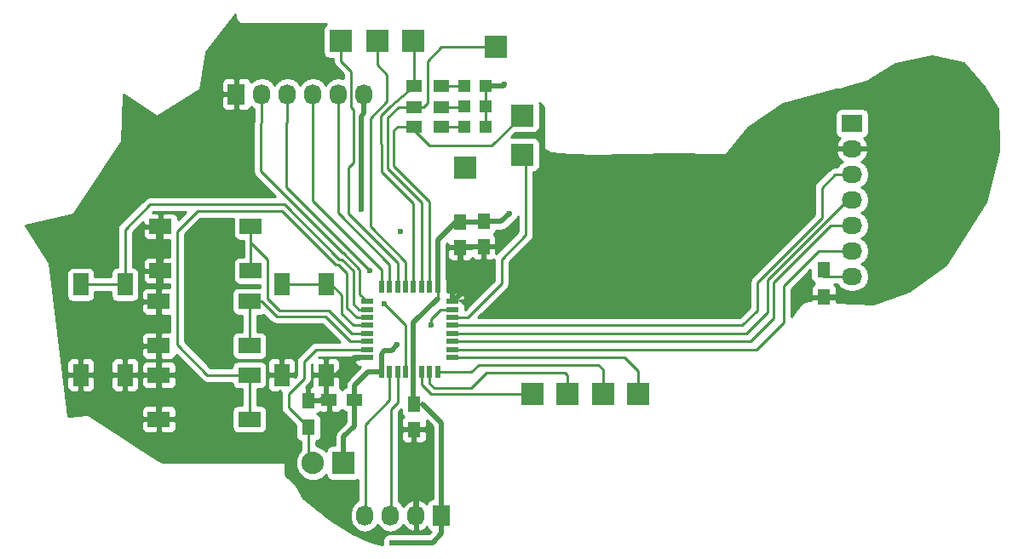
<source format=gtl>
G04 #@! TF.FileFunction,Copper,L1,Top,Signal*
%FSLAX46Y46*%
G04 Gerber Fmt 4.6, Leading zero omitted, Abs format (unit mm)*
G04 Created by KiCad (PCBNEW (2015-04-17 BZR 5609)-product) date Wednesday, 23 September 2015 11:50:23 am*
%MOMM*%
G01*
G04 APERTURE LIST*
%ADD10C,0.100000*%
%ADD11C,2.235200*%
%ADD12R,1.250000X1.500000*%
%ADD13R,1.500000X1.250000*%
%ADD14R,1.198880X1.198880*%
%ADD15R,1.727200X2.032000*%
%ADD16O,1.727200X2.032000*%
%ADD17R,2.235200X2.235200*%
%ADD18R,1.300000X1.500000*%
%ADD19R,1.500000X1.300000*%
%ADD20R,0.600000X1.200000*%
%ADD21R,1.200000X0.600000*%
%ADD22R,2.032000X1.727200*%
%ADD23O,2.032000X1.727200*%
%ADD24R,1.500000X2.200000*%
%ADD25R,2.200000X1.500000*%
%ADD26C,0.600000*%
%ADD27C,0.250000*%
%ADD28C,0.500000*%
%ADD29C,0.254000*%
G04 APERTURE END LIST*
D10*
D11*
X138226800Y-126187200D03*
D12*
X155181300Y-102166100D03*
X155181300Y-104666100D03*
X148259800Y-120339800D03*
X148259800Y-122839800D03*
X152857200Y-102229600D03*
X152857200Y-104729600D03*
D13*
X142347000Y-119888000D03*
X139847000Y-119888000D03*
D14*
X153255980Y-92710000D03*
X155354020Y-92710000D03*
X153255980Y-90678000D03*
X155354020Y-90678000D03*
X153255980Y-88646000D03*
X155354020Y-88646000D03*
D15*
X130606800Y-89509600D03*
D16*
X133146800Y-89509600D03*
X135686800Y-89509600D03*
X138226800Y-89509600D03*
X140766800Y-89509600D03*
X143306800Y-89509600D03*
D17*
X160020000Y-119329200D03*
X163525200Y-119329200D03*
X167030400Y-119329200D03*
X170535600Y-119329200D03*
X159000000Y-91600000D03*
X156400000Y-84800000D03*
X148200000Y-84200000D03*
X144600000Y-84200000D03*
X141000000Y-84200000D03*
X159004000Y-95504000D03*
D18*
X188976000Y-106981000D03*
X188976000Y-109681000D03*
D19*
X148256000Y-92710000D03*
X150956000Y-92710000D03*
X148294100Y-90754200D03*
X150994100Y-90754200D03*
X148256000Y-88646000D03*
X150956000Y-88646000D03*
D20*
X145028000Y-117153000D03*
X145828000Y-117153000D03*
X146628000Y-117153000D03*
X147428000Y-117153000D03*
X148228000Y-117153000D03*
X149028000Y-117153000D03*
X149828000Y-117153000D03*
X150628000Y-117153000D03*
D21*
X152078000Y-115703000D03*
X152078000Y-114903000D03*
X152078000Y-114103000D03*
X152078000Y-113303000D03*
X152078000Y-112503000D03*
X152078000Y-111703000D03*
X152078000Y-110903000D03*
X152078000Y-110103000D03*
D20*
X150628000Y-108653000D03*
X149828000Y-108653000D03*
X149028000Y-108653000D03*
X148228000Y-108653000D03*
X147428000Y-108653000D03*
X146628000Y-108653000D03*
X145828000Y-108653000D03*
X145028000Y-108653000D03*
D21*
X143578000Y-110103000D03*
X143578000Y-110903000D03*
X143578000Y-111703000D03*
X143578000Y-112503000D03*
X143578000Y-113303000D03*
X143578000Y-114103000D03*
X143578000Y-114903000D03*
X143578000Y-115703000D03*
D15*
X151000000Y-131400000D03*
D16*
X148460000Y-131400000D03*
X145920000Y-131400000D03*
X143380000Y-131400000D03*
D18*
X137769600Y-119960400D03*
X137769600Y-122660400D03*
D17*
X141274800Y-126187200D03*
D22*
X191800000Y-92400000D03*
D23*
X191800000Y-94940000D03*
X191800000Y-97480000D03*
X191800000Y-100020000D03*
X191800000Y-102560000D03*
X191800000Y-105100000D03*
X191800000Y-107640000D03*
D17*
X153314400Y-96774000D03*
D24*
X119548000Y-117428400D03*
X115148000Y-117428400D03*
X115148000Y-108428400D03*
X119548000Y-108428400D03*
D25*
X122906400Y-114518800D03*
X122906400Y-110118800D03*
X131906400Y-110118800D03*
X131906400Y-114518800D03*
X122906400Y-121834000D03*
X122906400Y-117434000D03*
X131906400Y-117434000D03*
X131906400Y-121834000D03*
X123058800Y-107051200D03*
X123058800Y-102651200D03*
X132058800Y-102651200D03*
X132058800Y-107051200D03*
D24*
X139512400Y-117428400D03*
X135112400Y-117428400D03*
X135112400Y-108428400D03*
X139512400Y-108428400D03*
D26*
X143002000Y-100965000D03*
X146621500Y-114427000D03*
X146050000Y-134112000D03*
X146939000Y-103124000D03*
X157276800Y-88544400D03*
X157734000Y-101346000D03*
X152400000Y-106680000D03*
X137160000Y-113284000D03*
X119481600Y-120548400D03*
X149961600Y-112471200D03*
X145313400Y-110337600D03*
X143891000Y-107010200D03*
D27*
X143578000Y-114903000D02*
X138538200Y-114903000D01*
X135788400Y-120679200D02*
X137769600Y-122660400D01*
X135788400Y-119329200D02*
X135788400Y-120679200D01*
X137312400Y-117805200D02*
X135788400Y-119329200D01*
X137312400Y-116128800D02*
X137312400Y-117805200D01*
X138538200Y-114903000D02*
X137312400Y-116128800D01*
X137769600Y-126187200D02*
X137769600Y-122660400D01*
D28*
X143306800Y-89509600D02*
X143306800Y-91389200D01*
X143002000Y-91694000D02*
X143002000Y-100965000D01*
X143306800Y-91389200D02*
X143002000Y-91694000D01*
X145028000Y-115322000D02*
X145028000Y-117153000D01*
X145351500Y-114998500D02*
X145028000Y-115322000D01*
X146050000Y-114998500D02*
X145351500Y-114998500D01*
X146621500Y-114427000D02*
X146050000Y-114998500D01*
D27*
X155354020Y-92710000D02*
X155354020Y-90678000D01*
X155354020Y-88646000D02*
X155354020Y-90678000D01*
D28*
X152857200Y-102229600D02*
X155117800Y-102229600D01*
D27*
X155117800Y-102229600D02*
X155181300Y-102166100D01*
D28*
X151000000Y-131400000D02*
X151000000Y-133226000D01*
X150114000Y-134112000D02*
X146050000Y-134112000D01*
X151000000Y-133226000D02*
X150114000Y-134112000D01*
D27*
X155354020Y-88646000D02*
X155354020Y-92710000D01*
D28*
X151000000Y-131400000D02*
X151000000Y-122196400D01*
D27*
X149143400Y-120339800D02*
X148259800Y-120339800D01*
D28*
X151000000Y-122196400D02*
X149143400Y-120339800D01*
X141274800Y-126187200D02*
X141274800Y-123596400D01*
X142347000Y-122524200D02*
X142347000Y-119888000D01*
X141274800Y-123596400D02*
X142347000Y-122524200D01*
X148228000Y-117153000D02*
X148228000Y-112223600D01*
D27*
X150628000Y-109823600D02*
X150628000Y-108653000D01*
D28*
X148228000Y-112223600D02*
X150628000Y-109823600D01*
D27*
X152857200Y-102229600D02*
X152430800Y-102229600D01*
D28*
X152430800Y-102229600D02*
X150628000Y-104032400D01*
X150628000Y-104032400D02*
X150628000Y-108653000D01*
X142347000Y-118511000D02*
X143705000Y-117153000D01*
X143705000Y-117153000D02*
X145028000Y-117153000D01*
X142347000Y-119888000D02*
X142347000Y-118511000D01*
D27*
X148228000Y-120308000D02*
X148259800Y-120339800D01*
D28*
X148228000Y-117153000D02*
X148228000Y-120308000D01*
D27*
X150622000Y-108647000D02*
X150628000Y-108653000D01*
D28*
X157276800Y-88544400D02*
X157175200Y-88646000D01*
X157175200Y-88646000D02*
X155354020Y-88646000D01*
X156913900Y-102166100D02*
X157734000Y-101346000D01*
X155181300Y-102166100D02*
X156913900Y-102166100D01*
X119548000Y-117428400D02*
X122900800Y-117428400D01*
X122900800Y-117428400D02*
X122906400Y-117434000D01*
X197205600Y-107289600D02*
X196875400Y-107289600D01*
X194914400Y-94940000D02*
X197205600Y-97231200D01*
X197205600Y-97231200D02*
X197205600Y-107289600D01*
X191800000Y-94940000D02*
X194914400Y-94940000D01*
X194484000Y-109681000D02*
X188976000Y-109681000D01*
X196875400Y-107289600D02*
X194484000Y-109681000D01*
X155181300Y-104666100D02*
X152920700Y-104666100D01*
D27*
X152920700Y-104666100D02*
X152857200Y-104729600D01*
D28*
X152857200Y-104729600D02*
X152857200Y-106222800D01*
X152857200Y-106222800D02*
X152400000Y-106680000D01*
X135112400Y-117428400D02*
X135112400Y-115331600D01*
X135112400Y-115331600D02*
X137160000Y-113284000D01*
X122906400Y-121834000D02*
X120767200Y-121834000D01*
X120767200Y-121834000D02*
X119481600Y-120548400D01*
X122906400Y-117434000D02*
X122906400Y-102803600D01*
D27*
X122906400Y-102803600D02*
X123058800Y-102651200D01*
D28*
X122906400Y-117434000D02*
X122906400Y-121834000D01*
X115148000Y-117428400D02*
X119548000Y-117428400D01*
X148460000Y-131400000D02*
X148460000Y-127428800D01*
X148259800Y-127228600D02*
X148259800Y-122839800D01*
X148460000Y-127428800D02*
X148259800Y-127228600D01*
X139512400Y-117428400D02*
X139512400Y-119553400D01*
D27*
X139512400Y-119553400D02*
X139105400Y-119960400D01*
D28*
X139105400Y-119960400D02*
X137769600Y-119960400D01*
X139512400Y-117428400D02*
X140584800Y-117428400D01*
X142310200Y-115703000D02*
X143578000Y-115703000D01*
X140584800Y-117428400D02*
X142310200Y-115703000D01*
D27*
X152078000Y-110103000D02*
X152177400Y-110103000D01*
D28*
X152177400Y-110103000D02*
X155181300Y-107099100D01*
X155181300Y-107099100D02*
X155181300Y-104666100D01*
D27*
X150956000Y-92710000D02*
X153255980Y-92710000D01*
X153179780Y-90754200D02*
X153255980Y-90678000D01*
X150994100Y-90754200D02*
X153179780Y-90754200D01*
X150956000Y-88646000D02*
X153255980Y-88646000D01*
X146685000Y-117210000D02*
X146628000Y-117153000D01*
X145973800Y-120815100D02*
X146628000Y-120160900D01*
X146628000Y-120160900D02*
X146628000Y-117153000D01*
X145973800Y-130479800D02*
X145973800Y-120815100D01*
X145923000Y-117248000D02*
X145828000Y-117153000D01*
X145828000Y-119957600D02*
X145828000Y-117153000D01*
X143433800Y-122351800D02*
X145828000Y-119957600D01*
X143433800Y-130479800D02*
X143433800Y-122351800D01*
X189640000Y-102560000D02*
X184000000Y-108200000D01*
X184000000Y-108200000D02*
X184000000Y-111800000D01*
X184000000Y-111800000D02*
X181697000Y-114103000D01*
X181697000Y-114103000D02*
X152078000Y-114103000D01*
X191800000Y-102560000D02*
X189640000Y-102560000D01*
X190120000Y-97480000D02*
X188800000Y-98800000D01*
X188800000Y-98800000D02*
X188800000Y-101800000D01*
X188800000Y-101800000D02*
X182400000Y-108200000D01*
X182400000Y-108200000D02*
X182400000Y-111000000D01*
X182400000Y-111000000D02*
X180897000Y-112503000D01*
X180897000Y-112503000D02*
X152078000Y-112503000D01*
X191800000Y-97480000D02*
X190120000Y-97480000D01*
X188500000Y-105100000D02*
X185000000Y-108600000D01*
X185000000Y-108600000D02*
X185000000Y-112200000D01*
X185000000Y-112200000D02*
X182297000Y-114903000D01*
X182297000Y-114903000D02*
X152078000Y-114903000D01*
X191800000Y-105100000D02*
X188500000Y-105100000D01*
X149028000Y-117153000D02*
X149028000Y-118395600D01*
X149961600Y-119329200D02*
X160020000Y-119329200D01*
X149028000Y-118395600D02*
X149961600Y-119329200D01*
X149828000Y-117153000D02*
X149828000Y-118281200D01*
X163525200Y-117500400D02*
X163525200Y-119329200D01*
X163220400Y-117195600D02*
X163525200Y-117500400D01*
X155448000Y-117195600D02*
X163220400Y-117195600D01*
X153924000Y-118719600D02*
X155448000Y-117195600D01*
X150266400Y-118719600D02*
X153924000Y-118719600D01*
X149828000Y-118281200D02*
X150266400Y-118719600D01*
X150628000Y-117153000D02*
X153966600Y-117153000D01*
X167030400Y-116890800D02*
X167030400Y-119329200D01*
X166573200Y-116433600D02*
X167030400Y-116890800D01*
X154686000Y-116433600D02*
X166573200Y-116433600D01*
X153966600Y-117153000D02*
X154686000Y-116433600D01*
X152078000Y-115703000D02*
X169195400Y-115703000D01*
X170535600Y-117043200D02*
X170535600Y-119329200D01*
X169195400Y-115703000D02*
X170535600Y-117043200D01*
X146659600Y-92710000D02*
X146634200Y-92710000D01*
X148256000Y-92710000D02*
X146659600Y-92710000D01*
X149828000Y-100171000D02*
X146265900Y-96608900D01*
X146265900Y-96608900D02*
X146265900Y-93103700D01*
X146265900Y-93103700D02*
X146659600Y-92710000D01*
X149828000Y-108653000D02*
X149828000Y-100171000D01*
X149800000Y-94600000D02*
X156000000Y-94600000D01*
X156000000Y-94600000D02*
X159000000Y-91600000D01*
X148256000Y-93056000D02*
X149800000Y-94600000D01*
X148256000Y-92710000D02*
X148256000Y-93056000D01*
X146710400Y-90754200D02*
X146659600Y-90805000D01*
X148294100Y-90754200D02*
X146710400Y-90754200D01*
X149028000Y-100260000D02*
X145669000Y-96901000D01*
X145669000Y-96901000D02*
X145669000Y-91795600D01*
X145669000Y-91795600D02*
X146710400Y-90754200D01*
X149028000Y-108653000D02*
X149028000Y-100260000D01*
X151000000Y-84800000D02*
X156400000Y-84800000D01*
X148294100Y-90754200D02*
X149245800Y-90754200D01*
X149600000Y-86200000D02*
X151000000Y-84800000D01*
X149600000Y-90400000D02*
X149600000Y-86800000D01*
X149245800Y-90754200D02*
X149600000Y-90400000D01*
X149600000Y-86800000D02*
X149600000Y-86200000D01*
X148256000Y-88646000D02*
X145920213Y-90716863D01*
X148228000Y-100374400D02*
X145046700Y-97193100D01*
X145046700Y-97193100D02*
X145000000Y-91600000D01*
X145000000Y-91600000D02*
X145920213Y-90716863D01*
X148228000Y-108653000D02*
X148228000Y-100374400D01*
X148256000Y-84256000D02*
X148200000Y-84200000D01*
X148256000Y-88646000D02*
X148256000Y-84256000D01*
X143941800Y-91858200D02*
X145600000Y-90200000D01*
X145600000Y-90200000D02*
X145600000Y-87600000D01*
X145600000Y-87600000D02*
X144600000Y-86600000D01*
X144600000Y-86600000D02*
X144600000Y-84200000D01*
X147428000Y-108653000D02*
X147428000Y-106165700D01*
X147428000Y-106165700D02*
X143941800Y-102679500D01*
X143941800Y-102679500D02*
X143941800Y-91858200D01*
X142240000Y-94996000D02*
X142240000Y-91040000D01*
X141000000Y-84200000D02*
X141000000Y-86200000D01*
X142000000Y-87200000D02*
X141000000Y-86200000D01*
X142000000Y-90800000D02*
X142000000Y-87200000D01*
X141732000Y-96774000D02*
X142240000Y-96266000D01*
X142240000Y-96266000D02*
X142240000Y-94996000D01*
X141732000Y-96774000D02*
X141732000Y-99314000D01*
X142240000Y-91040000D02*
X142000000Y-90800000D01*
X141732000Y-101346000D02*
X141726750Y-101340750D01*
X146628000Y-106305500D02*
X141732000Y-101346000D01*
X146628000Y-108653000D02*
X146628000Y-106305500D01*
X141732000Y-99314000D02*
X141732000Y-99314000D01*
X141732000Y-101346000D02*
X141732000Y-99314000D01*
X152078000Y-111703000D02*
X153625400Y-111703000D01*
X159400000Y-103490000D02*
X159400000Y-95600000D01*
X156972000Y-105918000D02*
X159400000Y-103490000D01*
X156972000Y-108356400D02*
X156972000Y-105918000D01*
X153625400Y-111703000D02*
X156972000Y-108356400D01*
X150920200Y-110903000D02*
X149961600Y-111861600D01*
X149961600Y-111861600D02*
X149961600Y-112471200D01*
X152078000Y-110903000D02*
X150920200Y-110903000D01*
X115148000Y-108428400D02*
X119548000Y-108428400D01*
X119548000Y-102956000D02*
X122047000Y-100457000D01*
X135382000Y-100457000D02*
X135382000Y-100457000D01*
X122047000Y-100457000D02*
X135382000Y-100457000D01*
X119548000Y-108428400D02*
X119548000Y-102956000D01*
X140843000Y-105918000D02*
X141097000Y-105918000D01*
X141097000Y-105918000D02*
X142240000Y-107061000D01*
X142240000Y-107061000D02*
X142240000Y-110363000D01*
X142240000Y-110363000D02*
X142780000Y-110903000D01*
X142780000Y-110903000D02*
X143578000Y-110903000D01*
X135382000Y-100457000D02*
X140843000Y-105918000D01*
X131906400Y-121834000D02*
X131906400Y-117434000D01*
X140462000Y-106426000D02*
X140716000Y-106426000D01*
X140716000Y-106426000D02*
X141605000Y-107315000D01*
X141605000Y-107315000D02*
X141605000Y-110744000D01*
X141605000Y-110744000D02*
X142564000Y-111703000D01*
X142564000Y-111703000D02*
X143578000Y-111703000D01*
X126746000Y-101092000D02*
X135128000Y-101092000D01*
X127721000Y-117434000D02*
X124714000Y-114427000D01*
X124714000Y-114427000D02*
X124714000Y-103124000D01*
X124714000Y-103124000D02*
X126746000Y-101092000D01*
X131906400Y-117434000D02*
X127721000Y-117434000D01*
X135128000Y-101092000D02*
X137541000Y-103505000D01*
X137541000Y-103505000D02*
X140462000Y-106426000D01*
X132058800Y-104245800D02*
X133731000Y-105918000D01*
X133731000Y-105918000D02*
X133731000Y-109855000D01*
X133731000Y-109855000D02*
X134874000Y-110998000D01*
X134874000Y-110998000D02*
X139827000Y-110998000D01*
X139827000Y-110998000D02*
X142132000Y-113303000D01*
X142132000Y-113303000D02*
X143578000Y-113303000D01*
X132058800Y-102651200D02*
X132058800Y-104245800D01*
X132058800Y-102651200D02*
X132058800Y-107051200D01*
X131906400Y-110118800D02*
X131906400Y-114518800D01*
X133105800Y-110118800D02*
X134620000Y-111633000D01*
X134620000Y-111633000D02*
X139446000Y-111633000D01*
X139446000Y-111633000D02*
X141916000Y-114103000D01*
X141916000Y-114103000D02*
X143578000Y-114103000D01*
X131906400Y-110118800D02*
X133105800Y-110118800D01*
X135112400Y-108428400D02*
X139512400Y-108428400D01*
X142221000Y-112503000D02*
X143578000Y-112503000D01*
X141097000Y-111379000D02*
X142221000Y-112503000D01*
X141097000Y-109474000D02*
X141097000Y-111379000D01*
X140051400Y-108428400D02*
X141097000Y-109474000D01*
X139512400Y-108428400D02*
X140051400Y-108428400D01*
X138201400Y-100139500D02*
X145028000Y-106966100D01*
X145028000Y-106966100D02*
X145028000Y-108653000D01*
X138201400Y-95097600D02*
X138201400Y-100139500D01*
X138201400Y-95050600D02*
X138201400Y-95097600D01*
X138226800Y-92325200D02*
X138201400Y-92350600D01*
X138226800Y-89509600D02*
X138226800Y-92325200D01*
X138201400Y-92350600D02*
X138226800Y-92325200D01*
X138201400Y-95097600D02*
X138201400Y-92350600D01*
X135686800Y-92274400D02*
X135610600Y-92350600D01*
X135686800Y-89509600D02*
X135686800Y-92274400D01*
X135610600Y-92350600D02*
X135686800Y-92274400D01*
X135610600Y-95050600D02*
X135610600Y-98729800D01*
X147428000Y-112452200D02*
X147428000Y-117153000D01*
X145313400Y-110337600D02*
X147428000Y-112452200D01*
X135610600Y-98729800D02*
X143891000Y-107010200D01*
X135610600Y-92350600D02*
X135610600Y-95050600D01*
X188990000Y-107640000D02*
X188950000Y-107600000D01*
X192000000Y-107640000D02*
X188990000Y-107640000D01*
X181297000Y-113303000D02*
X152078000Y-113303000D01*
X183400000Y-111200000D02*
X181297000Y-113303000D01*
X183400000Y-108000000D02*
X183400000Y-111200000D01*
X191380000Y-100020000D02*
X183400000Y-108000000D01*
X191800000Y-100020000D02*
X191380000Y-100020000D01*
X142887700Y-109412700D02*
X143578000Y-110103000D01*
X141211300Y-105308400D02*
X142887700Y-106984800D01*
X142887700Y-106984800D02*
X142887700Y-109412700D01*
X133045200Y-95097600D02*
X133045200Y-97167700D01*
X133045200Y-95076000D02*
X133045200Y-95097600D01*
X141185900Y-105308400D02*
X141211300Y-105308400D01*
X133045200Y-97167700D02*
X141185900Y-105308400D01*
X133146800Y-92274400D02*
X133045200Y-92376000D01*
X133146800Y-89509600D02*
X133146800Y-92274400D01*
X133045200Y-92376000D02*
X133146800Y-92274400D01*
X133045200Y-95097600D02*
X133045200Y-92376000D01*
X145828000Y-106432600D02*
X145828000Y-108653000D01*
X140716000Y-101320600D02*
X145828000Y-106432600D01*
X140716000Y-95097600D02*
X140716000Y-101320600D01*
X140716000Y-95076000D02*
X140716000Y-95097600D01*
X140766800Y-92325200D02*
X140716000Y-92376000D01*
X140766800Y-89509600D02*
X140766800Y-92325200D01*
X140716000Y-92376000D02*
X140766800Y-92325200D01*
X140716000Y-95097600D02*
X140716000Y-92376000D01*
D29*
G36*
X142968420Y-116638000D02*
X141721210Y-117885210D01*
X141529367Y-118172325D01*
X141518189Y-118228515D01*
X141461999Y-118511000D01*
X141462000Y-118511005D01*
X141462000Y-118641752D01*
X141354877Y-118662537D01*
X141142073Y-118802327D01*
X141098662Y-118866637D01*
X140956698Y-118724673D01*
X140881347Y-118693461D01*
X140897400Y-118654709D01*
X140897400Y-117714150D01*
X140897400Y-117142650D01*
X140897400Y-116202091D01*
X140800727Y-115968702D01*
X140622099Y-115790073D01*
X140388710Y-115693400D01*
X140136091Y-115693400D01*
X139798150Y-115693400D01*
X139639400Y-115852150D01*
X139639400Y-117301400D01*
X140738650Y-117301400D01*
X140897400Y-117142650D01*
X140897400Y-117714150D01*
X140738650Y-117555400D01*
X139639400Y-117555400D01*
X139639400Y-117575400D01*
X139385400Y-117575400D01*
X139385400Y-117555400D01*
X138286150Y-117555400D01*
X138127400Y-117714150D01*
X138127400Y-118575400D01*
X138055350Y-118575400D01*
X137896600Y-118734150D01*
X137896600Y-119833400D01*
X138895850Y-119833400D01*
X138968250Y-119761000D01*
X139720000Y-119761000D01*
X139720000Y-119741000D01*
X139974000Y-119741000D01*
X139974000Y-119761000D01*
X139994000Y-119761000D01*
X139994000Y-120015000D01*
X139974000Y-120015000D01*
X139974000Y-120989250D01*
X140132750Y-121148000D01*
X140723309Y-121148000D01*
X140956698Y-121051327D01*
X141098176Y-120909849D01*
X141136327Y-120967927D01*
X141347360Y-121110377D01*
X141462000Y-121133366D01*
X141462000Y-122157620D01*
X140649010Y-122970610D01*
X140457167Y-123257725D01*
X140445989Y-123313915D01*
X140389799Y-123596400D01*
X140389800Y-123596405D01*
X140389800Y-124422160D01*
X140157200Y-124422160D01*
X139915077Y-124469137D01*
X139702273Y-124608927D01*
X139559823Y-124819960D01*
X139522771Y-125004719D01*
X139220864Y-124702285D01*
X138576943Y-124434905D01*
X138529600Y-124434863D01*
X138529600Y-124036497D01*
X138661723Y-124010863D01*
X138874527Y-123871073D01*
X139016977Y-123660040D01*
X139067040Y-123410400D01*
X139067040Y-121910400D01*
X139020063Y-121668277D01*
X138880273Y-121455473D01*
X138669240Y-121313023D01*
X138638808Y-121306920D01*
X138779299Y-121248727D01*
X138906580Y-121121444D01*
X138970691Y-121148000D01*
X139561250Y-121148000D01*
X139720000Y-120989250D01*
X139720000Y-120015000D01*
X138620750Y-120015000D01*
X138548350Y-120087400D01*
X137896600Y-120087400D01*
X137896600Y-120107400D01*
X137642600Y-120107400D01*
X137642600Y-120087400D01*
X137622600Y-120087400D01*
X137622600Y-119833400D01*
X137642600Y-119833400D01*
X137642600Y-118734150D01*
X137550426Y-118641976D01*
X137849801Y-118342601D01*
X138014548Y-118096040D01*
X138014548Y-118096039D01*
X138024146Y-118047786D01*
X138072399Y-117805200D01*
X138072400Y-117805200D01*
X138072400Y-116443602D01*
X138127400Y-116388602D01*
X138127400Y-117142650D01*
X138286150Y-117301400D01*
X139385400Y-117301400D01*
X139385400Y-115852150D01*
X139226650Y-115693400D01*
X138888709Y-115693400D01*
X138822602Y-115693400D01*
X138853002Y-115663000D01*
X142524842Y-115663000D01*
X142728360Y-115800377D01*
X142876075Y-115830000D01*
X142501750Y-115830000D01*
X142343000Y-115988750D01*
X142343000Y-116129310D01*
X142439673Y-116362699D01*
X142618302Y-116541327D01*
X142851691Y-116638000D01*
X142968420Y-116638000D01*
X142968420Y-116638000D01*
G37*
X142968420Y-116638000D02*
X141721210Y-117885210D01*
X141529367Y-118172325D01*
X141518189Y-118228515D01*
X141461999Y-118511000D01*
X141462000Y-118511005D01*
X141462000Y-118641752D01*
X141354877Y-118662537D01*
X141142073Y-118802327D01*
X141098662Y-118866637D01*
X140956698Y-118724673D01*
X140881347Y-118693461D01*
X140897400Y-118654709D01*
X140897400Y-117714150D01*
X140897400Y-117142650D01*
X140897400Y-116202091D01*
X140800727Y-115968702D01*
X140622099Y-115790073D01*
X140388710Y-115693400D01*
X140136091Y-115693400D01*
X139798150Y-115693400D01*
X139639400Y-115852150D01*
X139639400Y-117301400D01*
X140738650Y-117301400D01*
X140897400Y-117142650D01*
X140897400Y-117714150D01*
X140738650Y-117555400D01*
X139639400Y-117555400D01*
X139639400Y-117575400D01*
X139385400Y-117575400D01*
X139385400Y-117555400D01*
X138286150Y-117555400D01*
X138127400Y-117714150D01*
X138127400Y-118575400D01*
X138055350Y-118575400D01*
X137896600Y-118734150D01*
X137896600Y-119833400D01*
X138895850Y-119833400D01*
X138968250Y-119761000D01*
X139720000Y-119761000D01*
X139720000Y-119741000D01*
X139974000Y-119741000D01*
X139974000Y-119761000D01*
X139994000Y-119761000D01*
X139994000Y-120015000D01*
X139974000Y-120015000D01*
X139974000Y-120989250D01*
X140132750Y-121148000D01*
X140723309Y-121148000D01*
X140956698Y-121051327D01*
X141098176Y-120909849D01*
X141136327Y-120967927D01*
X141347360Y-121110377D01*
X141462000Y-121133366D01*
X141462000Y-122157620D01*
X140649010Y-122970610D01*
X140457167Y-123257725D01*
X140445989Y-123313915D01*
X140389799Y-123596400D01*
X140389800Y-123596405D01*
X140389800Y-124422160D01*
X140157200Y-124422160D01*
X139915077Y-124469137D01*
X139702273Y-124608927D01*
X139559823Y-124819960D01*
X139522771Y-125004719D01*
X139220864Y-124702285D01*
X138576943Y-124434905D01*
X138529600Y-124434863D01*
X138529600Y-124036497D01*
X138661723Y-124010863D01*
X138874527Y-123871073D01*
X139016977Y-123660040D01*
X139067040Y-123410400D01*
X139067040Y-121910400D01*
X139020063Y-121668277D01*
X138880273Y-121455473D01*
X138669240Y-121313023D01*
X138638808Y-121306920D01*
X138779299Y-121248727D01*
X138906580Y-121121444D01*
X138970691Y-121148000D01*
X139561250Y-121148000D01*
X139720000Y-120989250D01*
X139720000Y-120015000D01*
X138620750Y-120015000D01*
X138548350Y-120087400D01*
X137896600Y-120087400D01*
X137896600Y-120107400D01*
X137642600Y-120107400D01*
X137642600Y-120087400D01*
X137622600Y-120087400D01*
X137622600Y-119833400D01*
X137642600Y-119833400D01*
X137642600Y-118734150D01*
X137550426Y-118641976D01*
X137849801Y-118342601D01*
X138014548Y-118096040D01*
X138014548Y-118096039D01*
X138024146Y-118047786D01*
X138072399Y-117805200D01*
X138072400Y-117805200D01*
X138072400Y-116443602D01*
X138127400Y-116388602D01*
X138127400Y-117142650D01*
X138286150Y-117301400D01*
X139385400Y-117301400D01*
X139385400Y-115852150D01*
X139226650Y-115693400D01*
X138888709Y-115693400D01*
X138822602Y-115693400D01*
X138853002Y-115663000D01*
X142524842Y-115663000D01*
X142728360Y-115800377D01*
X142876075Y-115830000D01*
X142501750Y-115830000D01*
X142343000Y-115988750D01*
X142343000Y-116129310D01*
X142439673Y-116362699D01*
X142618302Y-116541327D01*
X142851691Y-116638000D01*
X142968420Y-116638000D01*
G36*
X150115000Y-129740712D02*
X149894277Y-129783537D01*
X149681473Y-129923327D01*
X149539023Y-130134360D01*
X149520516Y-130226645D01*
X149519800Y-130225843D01*
X149519800Y-123716109D01*
X149519800Y-123125550D01*
X149361050Y-122966800D01*
X148386800Y-122966800D01*
X148386800Y-124066050D01*
X148545550Y-124224800D01*
X148758491Y-124224800D01*
X149011110Y-124224800D01*
X149244499Y-124128127D01*
X149423127Y-123949498D01*
X149519800Y-123716109D01*
X149519800Y-130225843D01*
X149362036Y-130049268D01*
X148834791Y-129795291D01*
X148819026Y-129792642D01*
X148587000Y-129913783D01*
X148587000Y-131273000D01*
X148607000Y-131273000D01*
X148607000Y-131527000D01*
X148587000Y-131527000D01*
X148587000Y-132886217D01*
X148819026Y-133007358D01*
X148834791Y-133004709D01*
X149362036Y-132750732D01*
X149519673Y-132574298D01*
X149535937Y-132658123D01*
X149675727Y-132870927D01*
X149886760Y-133013377D01*
X149948635Y-133025785D01*
X149747420Y-133227000D01*
X146356821Y-133227000D01*
X146236799Y-133177162D01*
X145864833Y-133176838D01*
X145521057Y-133318883D01*
X145257808Y-133581673D01*
X145115162Y-133925201D01*
X145114838Y-134296890D01*
X144721910Y-134206808D01*
X144084650Y-134017416D01*
X143443541Y-133783268D01*
X142796868Y-133503300D01*
X142143064Y-133176440D01*
X141480711Y-132801648D01*
X140808565Y-132377987D01*
X140121058Y-131901544D01*
X139953509Y-131779260D01*
X139772847Y-131644745D01*
X139591331Y-131506521D01*
X139402024Y-131359147D01*
X139198272Y-131197363D01*
X138973797Y-131016190D01*
X138722543Y-130810835D01*
X138437727Y-130575915D01*
X138437472Y-130575704D01*
X138437165Y-130575451D01*
X138225131Y-130400183D01*
X138224542Y-130399865D01*
X138224119Y-130399348D01*
X137996260Y-130211732D01*
X137995298Y-130211215D01*
X137994601Y-130210369D01*
X137799709Y-130050921D01*
X137798262Y-130050150D01*
X137797214Y-130048889D01*
X137632051Y-129915053D01*
X137629904Y-129913922D01*
X137628340Y-129912067D01*
X137489667Y-129801286D01*
X137486497Y-129799645D01*
X137484167Y-129796937D01*
X137368746Y-129706651D01*
X137364070Y-129704291D01*
X137360595Y-129700373D01*
X137265189Y-129628026D01*
X137258343Y-129624698D01*
X137253172Y-129619119D01*
X137174543Y-129562154D01*
X137164712Y-129557638D01*
X137157117Y-129549938D01*
X137155504Y-129548844D01*
X137099401Y-129389824D01*
X137081767Y-129360107D01*
X137073464Y-129326563D01*
X136955180Y-129074678D01*
X136938171Y-129051612D01*
X136929012Y-129024461D01*
X136779532Y-128764426D01*
X136762710Y-128745172D01*
X136752776Y-128721614D01*
X136578013Y-128463646D01*
X136559924Y-128445787D01*
X136548359Y-128423152D01*
X136354222Y-128177466D01*
X136335876Y-128161833D01*
X136323446Y-128141183D01*
X136175810Y-127978907D01*
X136152558Y-127961730D01*
X136135638Y-127938291D01*
X135825388Y-127649737D01*
X135796352Y-127631822D01*
X135773758Y-127606259D01*
X135509000Y-127404736D01*
X135509000Y-126111000D01*
X134985400Y-126111000D01*
X127056036Y-126111000D01*
X126885326Y-126109020D01*
X126885324Y-126109020D01*
X126480705Y-126104243D01*
X126480703Y-126104243D01*
X126090441Y-126099550D01*
X126090437Y-126099550D01*
X125718123Y-126094987D01*
X125718118Y-126094987D01*
X125368516Y-126090615D01*
X125368514Y-126090615D01*
X125045182Y-126086477D01*
X124752403Y-126082628D01*
X124641400Y-126081118D01*
X124641400Y-122710310D01*
X124641400Y-122457691D01*
X124641400Y-122119750D01*
X124641400Y-121548250D01*
X124641400Y-121210309D01*
X124641400Y-120957690D01*
X124641400Y-118310310D01*
X124641400Y-118057691D01*
X124641400Y-117719750D01*
X124641400Y-117148250D01*
X124641400Y-116810309D01*
X124641400Y-116557690D01*
X124544727Y-116324301D01*
X124366098Y-116145673D01*
X124132709Y-116049000D01*
X123192150Y-116049000D01*
X123033400Y-116207750D01*
X123033400Y-117307000D01*
X124482650Y-117307000D01*
X124641400Y-117148250D01*
X124641400Y-117719750D01*
X124482650Y-117561000D01*
X123033400Y-117561000D01*
X123033400Y-118660250D01*
X123192150Y-118819000D01*
X124132709Y-118819000D01*
X124366098Y-118722327D01*
X124544727Y-118543699D01*
X124641400Y-118310310D01*
X124641400Y-120957690D01*
X124544727Y-120724301D01*
X124366098Y-120545673D01*
X124132709Y-120449000D01*
X123192150Y-120449000D01*
X123033400Y-120607750D01*
X123033400Y-121707000D01*
X124482650Y-121707000D01*
X124641400Y-121548250D01*
X124641400Y-122119750D01*
X124482650Y-121961000D01*
X123033400Y-121961000D01*
X123033400Y-123060250D01*
X123192150Y-123219000D01*
X124132709Y-123219000D01*
X124366098Y-123122327D01*
X124544727Y-122943699D01*
X124641400Y-122710310D01*
X124641400Y-126081118D01*
X124493867Y-126079112D01*
X124493866Y-126079112D01*
X124274381Y-126075992D01*
X124274379Y-126075992D01*
X124098570Y-126073327D01*
X123969340Y-126071152D01*
X123267105Y-126058315D01*
X122971178Y-125944547D01*
X122931800Y-125918985D01*
X122931800Y-108277450D01*
X122931800Y-107178200D01*
X122931800Y-106924200D01*
X122931800Y-105824950D01*
X122931800Y-103877450D01*
X122931800Y-102778200D01*
X121482550Y-102778200D01*
X121323800Y-102936950D01*
X121323800Y-103274891D01*
X121323800Y-103527510D01*
X121420473Y-103760899D01*
X121599102Y-103939527D01*
X121832491Y-104036200D01*
X122773050Y-104036200D01*
X122931800Y-103877450D01*
X122931800Y-105824950D01*
X122773050Y-105666200D01*
X121832491Y-105666200D01*
X121599102Y-105762873D01*
X121420473Y-105941501D01*
X121323800Y-106174890D01*
X121323800Y-106427509D01*
X121323800Y-106765450D01*
X121482550Y-106924200D01*
X122931800Y-106924200D01*
X122931800Y-107178200D01*
X121482550Y-107178200D01*
X121323800Y-107336950D01*
X121323800Y-107674891D01*
X121323800Y-107927510D01*
X121420473Y-108160899D01*
X121599102Y-108339527D01*
X121832491Y-108436200D01*
X122773050Y-108436200D01*
X122931800Y-108277450D01*
X122931800Y-125918985D01*
X122779400Y-125820059D01*
X122779400Y-123060250D01*
X122779400Y-121961000D01*
X122779400Y-121707000D01*
X122779400Y-120607750D01*
X122779400Y-118660250D01*
X122779400Y-117561000D01*
X122779400Y-117307000D01*
X122779400Y-116207750D01*
X122779400Y-115745050D01*
X122779400Y-114645800D01*
X122779400Y-114391800D01*
X122779400Y-113292550D01*
X122779400Y-111345050D01*
X122779400Y-110245800D01*
X122779400Y-109991800D01*
X122779400Y-108892550D01*
X122620650Y-108733800D01*
X121680091Y-108733800D01*
X121446702Y-108830473D01*
X121268073Y-109009101D01*
X121171400Y-109242490D01*
X121171400Y-109495109D01*
X121171400Y-109833050D01*
X121330150Y-109991800D01*
X122779400Y-109991800D01*
X122779400Y-110245800D01*
X121330150Y-110245800D01*
X121171400Y-110404550D01*
X121171400Y-110742491D01*
X121171400Y-110995110D01*
X121268073Y-111228499D01*
X121446702Y-111407127D01*
X121680091Y-111503800D01*
X122620650Y-111503800D01*
X122779400Y-111345050D01*
X122779400Y-113292550D01*
X122620650Y-113133800D01*
X121680091Y-113133800D01*
X121446702Y-113230473D01*
X121268073Y-113409101D01*
X121171400Y-113642490D01*
X121171400Y-113895109D01*
X121171400Y-114233050D01*
X121330150Y-114391800D01*
X122779400Y-114391800D01*
X122779400Y-114645800D01*
X121330150Y-114645800D01*
X121171400Y-114804550D01*
X121171400Y-115142491D01*
X121171400Y-115395110D01*
X121268073Y-115628499D01*
X121446702Y-115807127D01*
X121680091Y-115903800D01*
X122620650Y-115903800D01*
X122779400Y-115745050D01*
X122779400Y-116207750D01*
X122620650Y-116049000D01*
X121680091Y-116049000D01*
X121446702Y-116145673D01*
X121268073Y-116324301D01*
X121171400Y-116557690D01*
X121171400Y-116810309D01*
X121171400Y-117148250D01*
X121330150Y-117307000D01*
X122779400Y-117307000D01*
X122779400Y-117561000D01*
X121330150Y-117561000D01*
X121171400Y-117719750D01*
X121171400Y-118057691D01*
X121171400Y-118310310D01*
X121268073Y-118543699D01*
X121446702Y-118722327D01*
X121680091Y-118819000D01*
X122620650Y-118819000D01*
X122779400Y-118660250D01*
X122779400Y-120607750D01*
X122620650Y-120449000D01*
X121680091Y-120449000D01*
X121446702Y-120545673D01*
X121268073Y-120724301D01*
X121171400Y-120957690D01*
X121171400Y-121210309D01*
X121171400Y-121548250D01*
X121330150Y-121707000D01*
X122779400Y-121707000D01*
X122779400Y-121961000D01*
X121330150Y-121961000D01*
X121171400Y-122119750D01*
X121171400Y-122457691D01*
X121171400Y-122710310D01*
X121268073Y-122943699D01*
X121446702Y-123122327D01*
X121680091Y-123219000D01*
X122620650Y-123219000D01*
X122779400Y-123060250D01*
X122779400Y-125820059D01*
X120933000Y-124621519D01*
X120933000Y-118654709D01*
X120933000Y-117714150D01*
X120933000Y-117142650D01*
X120933000Y-116202091D01*
X120836327Y-115968702D01*
X120657699Y-115790073D01*
X120424310Y-115693400D01*
X120171691Y-115693400D01*
X119833750Y-115693400D01*
X119675000Y-115852150D01*
X119675000Y-117301400D01*
X120774250Y-117301400D01*
X120933000Y-117142650D01*
X120933000Y-117714150D01*
X120774250Y-117555400D01*
X119675000Y-117555400D01*
X119675000Y-119004650D01*
X119833750Y-119163400D01*
X120171691Y-119163400D01*
X120424310Y-119163400D01*
X120657699Y-119066727D01*
X120836327Y-118888098D01*
X120933000Y-118654709D01*
X120933000Y-124621519D01*
X119421000Y-123640045D01*
X119421000Y-119004650D01*
X119421000Y-117555400D01*
X119421000Y-117301400D01*
X119421000Y-115852150D01*
X119262250Y-115693400D01*
X118924309Y-115693400D01*
X118671690Y-115693400D01*
X118438301Y-115790073D01*
X118259673Y-115968702D01*
X118163000Y-116202091D01*
X118163000Y-117142650D01*
X118321750Y-117301400D01*
X119421000Y-117301400D01*
X119421000Y-117555400D01*
X118321750Y-117555400D01*
X118163000Y-117714150D01*
X118163000Y-118654709D01*
X118259673Y-118888098D01*
X118438301Y-119066727D01*
X118671690Y-119163400D01*
X118924309Y-119163400D01*
X119262250Y-119163400D01*
X119421000Y-119004650D01*
X119421000Y-123640045D01*
X116533000Y-121765378D01*
X116533000Y-118654709D01*
X116533000Y-117714150D01*
X116533000Y-117142650D01*
X116533000Y-116202091D01*
X116436327Y-115968702D01*
X116257699Y-115790073D01*
X116024310Y-115693400D01*
X115771691Y-115693400D01*
X115433750Y-115693400D01*
X115275000Y-115852150D01*
X115275000Y-117301400D01*
X116374250Y-117301400D01*
X116533000Y-117142650D01*
X116533000Y-117714150D01*
X116374250Y-117555400D01*
X115275000Y-117555400D01*
X115275000Y-119004650D01*
X115433750Y-119163400D01*
X115771691Y-119163400D01*
X116024310Y-119163400D01*
X116257699Y-119066727D01*
X116436327Y-118888098D01*
X116533000Y-118654709D01*
X116533000Y-121765378D01*
X115985171Y-121409770D01*
X115955134Y-121411536D01*
X115920617Y-121390413D01*
X115904163Y-121384354D01*
X115888488Y-121381881D01*
X115877597Y-121376169D01*
X115870887Y-121375561D01*
X115859515Y-121369633D01*
X115749374Y-121359933D01*
X115640155Y-121342702D01*
X115617000Y-121348275D01*
X115593272Y-121346186D01*
X115530587Y-121353015D01*
X115494406Y-121364400D01*
X115456485Y-121365229D01*
X115348713Y-121389126D01*
X115334604Y-121395334D01*
X115319225Y-121396354D01*
X115167879Y-121437026D01*
X115164718Y-121438587D01*
X115161205Y-121438856D01*
X115073410Y-121463403D01*
X115021000Y-121466485D01*
X115021000Y-119004650D01*
X115021000Y-117555400D01*
X115021000Y-117301400D01*
X115021000Y-115852150D01*
X114862250Y-115693400D01*
X114524309Y-115693400D01*
X114271690Y-115693400D01*
X114038301Y-115790073D01*
X113859673Y-115968702D01*
X113763000Y-116202091D01*
X113763000Y-117142650D01*
X113921750Y-117301400D01*
X115021000Y-117301400D01*
X115021000Y-117555400D01*
X113921750Y-117555400D01*
X113763000Y-117714150D01*
X113763000Y-118654709D01*
X113859673Y-118888098D01*
X114038301Y-119066727D01*
X114271690Y-119163400D01*
X114524309Y-119163400D01*
X114862250Y-119163400D01*
X115021000Y-119004650D01*
X115021000Y-121466485D01*
X113903389Y-121532228D01*
X112009531Y-106255110D01*
X109676597Y-102571530D01*
X114377931Y-101458056D01*
X119251992Y-94146964D01*
X119373906Y-89514239D01*
X122680388Y-91718560D01*
X126988603Y-88976969D01*
X127627769Y-85269810D01*
X130531400Y-81527352D01*
X130531400Y-81838800D01*
X130583543Y-82100938D01*
X130732032Y-82323168D01*
X130954262Y-82471657D01*
X131216400Y-82523800D01*
X139576548Y-82523800D01*
X139427473Y-82621727D01*
X139285023Y-82832760D01*
X139234960Y-83082400D01*
X139234960Y-85317600D01*
X139281937Y-85559723D01*
X139421727Y-85772527D01*
X139632760Y-85914977D01*
X139882400Y-85965040D01*
X140240000Y-85965040D01*
X140240000Y-86200000D01*
X140297852Y-86490839D01*
X140462599Y-86737401D01*
X141240000Y-87514802D01*
X141240000Y-87920380D01*
X140766800Y-87826255D01*
X140193311Y-87940329D01*
X139707130Y-88265185D01*
X139496800Y-88579965D01*
X139286470Y-88265185D01*
X138800289Y-87940329D01*
X138226800Y-87826255D01*
X137653311Y-87940329D01*
X137167130Y-88265185D01*
X136956800Y-88579965D01*
X136746470Y-88265185D01*
X136260289Y-87940329D01*
X135686800Y-87826255D01*
X135113311Y-87940329D01*
X134627130Y-88265185D01*
X134416800Y-88579965D01*
X134206470Y-88265185D01*
X133720289Y-87940329D01*
X133146800Y-87826255D01*
X132573311Y-87940329D01*
X132087130Y-88265185D01*
X132072300Y-88287379D01*
X132008727Y-88133901D01*
X131830098Y-87955273D01*
X131596709Y-87858600D01*
X130892550Y-87858600D01*
X130733800Y-88017350D01*
X130733800Y-89382600D01*
X130753800Y-89382600D01*
X130753800Y-89636600D01*
X130733800Y-89636600D01*
X130733800Y-91001850D01*
X130892550Y-91160600D01*
X131596709Y-91160600D01*
X131830098Y-91063927D01*
X132008727Y-90885299D01*
X132072300Y-90731820D01*
X132087130Y-90754015D01*
X132386800Y-90954248D01*
X132386800Y-92019687D01*
X132343052Y-92085161D01*
X132285200Y-92376000D01*
X132285200Y-95076000D01*
X132285200Y-95097600D01*
X132285200Y-97167700D01*
X132343052Y-97458539D01*
X132507799Y-97705101D01*
X134499698Y-99697000D01*
X130479800Y-99697000D01*
X130479800Y-91001850D01*
X130479800Y-89636600D01*
X130479800Y-89382600D01*
X130479800Y-88017350D01*
X130321050Y-87858600D01*
X129616891Y-87858600D01*
X129383502Y-87955273D01*
X129204873Y-88133901D01*
X129108200Y-88367290D01*
X129108200Y-88619909D01*
X129108200Y-89223850D01*
X129266950Y-89382600D01*
X130479800Y-89382600D01*
X130479800Y-89636600D01*
X129266950Y-89636600D01*
X129108200Y-89795350D01*
X129108200Y-90399291D01*
X129108200Y-90651910D01*
X129204873Y-90885299D01*
X129383502Y-91063927D01*
X129616891Y-91160600D01*
X130321050Y-91160600D01*
X130479800Y-91001850D01*
X130479800Y-99697000D01*
X122047000Y-99697000D01*
X121756161Y-99754852D01*
X121509599Y-99919599D01*
X119010599Y-102418599D01*
X118845852Y-102665161D01*
X118788000Y-102956000D01*
X118788000Y-106682900D01*
X118555877Y-106727937D01*
X118343073Y-106867727D01*
X118200623Y-107078760D01*
X118150560Y-107328400D01*
X118150560Y-107668400D01*
X116545440Y-107668400D01*
X116545440Y-107328400D01*
X116498463Y-107086277D01*
X116358673Y-106873473D01*
X116147640Y-106731023D01*
X115898000Y-106680960D01*
X114398000Y-106680960D01*
X114155877Y-106727937D01*
X113943073Y-106867727D01*
X113800623Y-107078760D01*
X113750560Y-107328400D01*
X113750560Y-109528400D01*
X113797537Y-109770523D01*
X113937327Y-109983327D01*
X114148360Y-110125777D01*
X114398000Y-110175840D01*
X115898000Y-110175840D01*
X116140123Y-110128863D01*
X116352927Y-109989073D01*
X116495377Y-109778040D01*
X116545440Y-109528400D01*
X116545440Y-109188400D01*
X118150560Y-109188400D01*
X118150560Y-109528400D01*
X118197537Y-109770523D01*
X118337327Y-109983327D01*
X118548360Y-110125777D01*
X118798000Y-110175840D01*
X120298000Y-110175840D01*
X120540123Y-110128863D01*
X120752927Y-109989073D01*
X120895377Y-109778040D01*
X120945440Y-109528400D01*
X120945440Y-107328400D01*
X120898463Y-107086277D01*
X120758673Y-106873473D01*
X120547640Y-106731023D01*
X120308000Y-106682965D01*
X120308000Y-103270802D01*
X121323800Y-102255002D01*
X121323800Y-102365450D01*
X121482550Y-102524200D01*
X122931800Y-102524200D01*
X122931800Y-101424950D01*
X122773050Y-101266200D01*
X122312601Y-101266200D01*
X122361801Y-101217000D01*
X125546198Y-101217000D01*
X124793800Y-101969398D01*
X124793800Y-101774890D01*
X124697127Y-101541501D01*
X124518498Y-101362873D01*
X124285109Y-101266200D01*
X123344550Y-101266200D01*
X123185800Y-101424950D01*
X123185800Y-102524200D01*
X123205800Y-102524200D01*
X123205800Y-102778200D01*
X123185800Y-102778200D01*
X123185800Y-103877450D01*
X123344550Y-104036200D01*
X123954000Y-104036200D01*
X123954000Y-105666200D01*
X123344550Y-105666200D01*
X123185800Y-105824950D01*
X123185800Y-106924200D01*
X123205800Y-106924200D01*
X123205800Y-107178200D01*
X123185800Y-107178200D01*
X123185800Y-108277450D01*
X123344550Y-108436200D01*
X123954000Y-108436200D01*
X123954000Y-108733800D01*
X123192150Y-108733800D01*
X123033400Y-108892550D01*
X123033400Y-109991800D01*
X123053400Y-109991800D01*
X123053400Y-110245800D01*
X123033400Y-110245800D01*
X123033400Y-111345050D01*
X123192150Y-111503800D01*
X123954000Y-111503800D01*
X123954000Y-113133800D01*
X123192150Y-113133800D01*
X123033400Y-113292550D01*
X123033400Y-114391800D01*
X123053400Y-114391800D01*
X123053400Y-114645800D01*
X123033400Y-114645800D01*
X123033400Y-115745050D01*
X123192150Y-115903800D01*
X124132709Y-115903800D01*
X124366098Y-115807127D01*
X124544727Y-115628499D01*
X124631414Y-115419216D01*
X127183599Y-117971401D01*
X127430160Y-118136148D01*
X127430161Y-118136148D01*
X127721000Y-118194000D01*
X130160900Y-118194000D01*
X130205937Y-118426123D01*
X130345727Y-118638927D01*
X130556760Y-118781377D01*
X130806400Y-118831440D01*
X131146400Y-118831440D01*
X131146400Y-120436560D01*
X130806400Y-120436560D01*
X130564277Y-120483537D01*
X130351473Y-120623327D01*
X130209023Y-120834360D01*
X130158960Y-121084000D01*
X130158960Y-122584000D01*
X130205937Y-122826123D01*
X130345727Y-123038927D01*
X130556760Y-123181377D01*
X130806400Y-123231440D01*
X133006400Y-123231440D01*
X133248523Y-123184463D01*
X133461327Y-123044673D01*
X133603777Y-122833640D01*
X133653840Y-122584000D01*
X133653840Y-121084000D01*
X133606863Y-120841877D01*
X133467073Y-120629073D01*
X133256040Y-120486623D01*
X133006400Y-120436560D01*
X132666400Y-120436560D01*
X132666400Y-118831440D01*
X133006400Y-118831440D01*
X133248523Y-118784463D01*
X133461327Y-118644673D01*
X133603777Y-118433640D01*
X133653840Y-118184000D01*
X133653840Y-116684000D01*
X133606863Y-116441877D01*
X133467073Y-116229073D01*
X133256040Y-116086623D01*
X133006400Y-116036560D01*
X130806400Y-116036560D01*
X130564277Y-116083537D01*
X130351473Y-116223327D01*
X130209023Y-116434360D01*
X130160965Y-116674000D01*
X128035801Y-116674000D01*
X125474000Y-114112198D01*
X125474000Y-103438802D01*
X127060802Y-101852000D01*
X130321226Y-101852000D01*
X130311360Y-101901200D01*
X130311360Y-103401200D01*
X130358337Y-103643323D01*
X130498127Y-103856127D01*
X130709160Y-103998577D01*
X130958800Y-104048640D01*
X131298800Y-104048640D01*
X131298800Y-104245800D01*
X131298800Y-105653760D01*
X130958800Y-105653760D01*
X130716677Y-105700737D01*
X130503873Y-105840527D01*
X130361423Y-106051560D01*
X130311360Y-106301200D01*
X130311360Y-107801200D01*
X130358337Y-108043323D01*
X130498127Y-108256127D01*
X130709160Y-108398577D01*
X130958800Y-108448640D01*
X132971000Y-108448640D01*
X132971000Y-108721360D01*
X130806400Y-108721360D01*
X130564277Y-108768337D01*
X130351473Y-108908127D01*
X130209023Y-109119160D01*
X130158960Y-109368800D01*
X130158960Y-110868800D01*
X130205937Y-111110923D01*
X130345727Y-111323727D01*
X130556760Y-111466177D01*
X130806400Y-111516240D01*
X131146400Y-111516240D01*
X131146400Y-113121360D01*
X130806400Y-113121360D01*
X130564277Y-113168337D01*
X130351473Y-113308127D01*
X130209023Y-113519160D01*
X130158960Y-113768800D01*
X130158960Y-115268800D01*
X130205937Y-115510923D01*
X130345727Y-115723727D01*
X130556760Y-115866177D01*
X130806400Y-115916240D01*
X133006400Y-115916240D01*
X133248523Y-115869263D01*
X133461327Y-115729473D01*
X133603777Y-115518440D01*
X133653840Y-115268800D01*
X133653840Y-113768800D01*
X133606863Y-113526677D01*
X133467073Y-113313873D01*
X133256040Y-113171423D01*
X133006400Y-113121360D01*
X132666400Y-113121360D01*
X132666400Y-111516240D01*
X133006400Y-111516240D01*
X133248523Y-111469263D01*
X133328756Y-111416558D01*
X134082599Y-112170401D01*
X134329160Y-112335148D01*
X134329161Y-112335148D01*
X134620000Y-112393000D01*
X139131197Y-112393000D01*
X140881197Y-114143000D01*
X138538200Y-114143000D01*
X138247361Y-114200852D01*
X138000799Y-114365599D01*
X136774999Y-115591399D01*
X136610252Y-115837961D01*
X136552400Y-116128800D01*
X136552400Y-117490398D01*
X136497400Y-117545398D01*
X136497400Y-117142650D01*
X136497400Y-116202091D01*
X136400727Y-115968702D01*
X136222099Y-115790073D01*
X135988710Y-115693400D01*
X135736091Y-115693400D01*
X135398150Y-115693400D01*
X135239400Y-115852150D01*
X135239400Y-117301400D01*
X136338650Y-117301400D01*
X136497400Y-117142650D01*
X136497400Y-117545398D01*
X136413024Y-117629774D01*
X136338650Y-117555400D01*
X135239400Y-117555400D01*
X135239400Y-117575400D01*
X134985400Y-117575400D01*
X134985400Y-117555400D01*
X134985400Y-117301400D01*
X134985400Y-115852150D01*
X134826650Y-115693400D01*
X134488709Y-115693400D01*
X134236090Y-115693400D01*
X134002701Y-115790073D01*
X133824073Y-115968702D01*
X133727400Y-116202091D01*
X133727400Y-117142650D01*
X133886150Y-117301400D01*
X134985400Y-117301400D01*
X134985400Y-117555400D01*
X133886150Y-117555400D01*
X133727400Y-117714150D01*
X133727400Y-118654709D01*
X133824073Y-118888098D01*
X134002701Y-119066727D01*
X134236090Y-119163400D01*
X134488709Y-119163400D01*
X134826650Y-119163400D01*
X134985398Y-119004652D01*
X134985398Y-119163400D01*
X134985400Y-119163400D01*
X135061379Y-119163400D01*
X135028400Y-119329200D01*
X135028400Y-120679200D01*
X135086252Y-120970039D01*
X135250999Y-121216601D01*
X136472160Y-122437762D01*
X136472160Y-123410400D01*
X136519137Y-123652523D01*
X136658927Y-123865327D01*
X136869960Y-124007777D01*
X137009600Y-124035780D01*
X137009600Y-124925887D01*
X136741885Y-125193136D01*
X136474505Y-125837057D01*
X136473897Y-126534284D01*
X136740152Y-127178671D01*
X137232736Y-127672115D01*
X137876657Y-127939495D01*
X138573884Y-127940103D01*
X139218271Y-127673848D01*
X139522449Y-127370200D01*
X139556737Y-127546923D01*
X139696527Y-127759727D01*
X139907560Y-127902177D01*
X140157200Y-127952240D01*
X142392400Y-127952240D01*
X142634523Y-127905263D01*
X142673800Y-127879462D01*
X142673800Y-129919403D01*
X142320330Y-130155585D01*
X141995474Y-130641766D01*
X141881400Y-131215255D01*
X141881400Y-131584745D01*
X141995474Y-132158234D01*
X142320330Y-132644415D01*
X142806511Y-132969271D01*
X143380000Y-133083345D01*
X143953489Y-132969271D01*
X144439670Y-132644415D01*
X144650000Y-132329634D01*
X144860330Y-132644415D01*
X145346511Y-132969271D01*
X145920000Y-133083345D01*
X146493489Y-132969271D01*
X146979670Y-132644415D01*
X147186460Y-132334930D01*
X147557964Y-132750732D01*
X148085209Y-133004709D01*
X148100974Y-133007358D01*
X148333000Y-132886217D01*
X148333000Y-131527000D01*
X148313000Y-131527000D01*
X148313000Y-131273000D01*
X148333000Y-131273000D01*
X148333000Y-129913783D01*
X148132800Y-129809258D01*
X148132800Y-124066050D01*
X148132800Y-122966800D01*
X147158550Y-122966800D01*
X146999800Y-123125550D01*
X146999800Y-123716109D01*
X147096473Y-123949498D01*
X147275101Y-124128127D01*
X147508490Y-124224800D01*
X147761109Y-124224800D01*
X147974050Y-124224800D01*
X148132800Y-124066050D01*
X148132800Y-129809258D01*
X148100974Y-129792642D01*
X148085209Y-129795291D01*
X147557964Y-130049268D01*
X147186460Y-130465069D01*
X146979670Y-130155585D01*
X146733800Y-129991299D01*
X146733800Y-121129902D01*
X146987360Y-120876342D01*
X146987360Y-121089800D01*
X147034337Y-121331923D01*
X147174127Y-121544727D01*
X147238437Y-121588137D01*
X147096473Y-121730102D01*
X146999800Y-121963491D01*
X146999800Y-122554050D01*
X147158550Y-122712800D01*
X148132800Y-122712800D01*
X148132800Y-122692800D01*
X148386800Y-122692800D01*
X148386800Y-122712800D01*
X149361050Y-122712800D01*
X149519800Y-122554050D01*
X149519800Y-121967779D01*
X150115000Y-122562979D01*
X150115000Y-129740712D01*
X150115000Y-129740712D01*
G37*
X150115000Y-129740712D02*
X149894277Y-129783537D01*
X149681473Y-129923327D01*
X149539023Y-130134360D01*
X149520516Y-130226645D01*
X149519800Y-130225843D01*
X149519800Y-123716109D01*
X149519800Y-123125550D01*
X149361050Y-122966800D01*
X148386800Y-122966800D01*
X148386800Y-124066050D01*
X148545550Y-124224800D01*
X148758491Y-124224800D01*
X149011110Y-124224800D01*
X149244499Y-124128127D01*
X149423127Y-123949498D01*
X149519800Y-123716109D01*
X149519800Y-130225843D01*
X149362036Y-130049268D01*
X148834791Y-129795291D01*
X148819026Y-129792642D01*
X148587000Y-129913783D01*
X148587000Y-131273000D01*
X148607000Y-131273000D01*
X148607000Y-131527000D01*
X148587000Y-131527000D01*
X148587000Y-132886217D01*
X148819026Y-133007358D01*
X148834791Y-133004709D01*
X149362036Y-132750732D01*
X149519673Y-132574298D01*
X149535937Y-132658123D01*
X149675727Y-132870927D01*
X149886760Y-133013377D01*
X149948635Y-133025785D01*
X149747420Y-133227000D01*
X146356821Y-133227000D01*
X146236799Y-133177162D01*
X145864833Y-133176838D01*
X145521057Y-133318883D01*
X145257808Y-133581673D01*
X145115162Y-133925201D01*
X145114838Y-134296890D01*
X144721910Y-134206808D01*
X144084650Y-134017416D01*
X143443541Y-133783268D01*
X142796868Y-133503300D01*
X142143064Y-133176440D01*
X141480711Y-132801648D01*
X140808565Y-132377987D01*
X140121058Y-131901544D01*
X139953509Y-131779260D01*
X139772847Y-131644745D01*
X139591331Y-131506521D01*
X139402024Y-131359147D01*
X139198272Y-131197363D01*
X138973797Y-131016190D01*
X138722543Y-130810835D01*
X138437727Y-130575915D01*
X138437472Y-130575704D01*
X138437165Y-130575451D01*
X138225131Y-130400183D01*
X138224542Y-130399865D01*
X138224119Y-130399348D01*
X137996260Y-130211732D01*
X137995298Y-130211215D01*
X137994601Y-130210369D01*
X137799709Y-130050921D01*
X137798262Y-130050150D01*
X137797214Y-130048889D01*
X137632051Y-129915053D01*
X137629904Y-129913922D01*
X137628340Y-129912067D01*
X137489667Y-129801286D01*
X137486497Y-129799645D01*
X137484167Y-129796937D01*
X137368746Y-129706651D01*
X137364070Y-129704291D01*
X137360595Y-129700373D01*
X137265189Y-129628026D01*
X137258343Y-129624698D01*
X137253172Y-129619119D01*
X137174543Y-129562154D01*
X137164712Y-129557638D01*
X137157117Y-129549938D01*
X137155504Y-129548844D01*
X137099401Y-129389824D01*
X137081767Y-129360107D01*
X137073464Y-129326563D01*
X136955180Y-129074678D01*
X136938171Y-129051612D01*
X136929012Y-129024461D01*
X136779532Y-128764426D01*
X136762710Y-128745172D01*
X136752776Y-128721614D01*
X136578013Y-128463646D01*
X136559924Y-128445787D01*
X136548359Y-128423152D01*
X136354222Y-128177466D01*
X136335876Y-128161833D01*
X136323446Y-128141183D01*
X136175810Y-127978907D01*
X136152558Y-127961730D01*
X136135638Y-127938291D01*
X135825388Y-127649737D01*
X135796352Y-127631822D01*
X135773758Y-127606259D01*
X135509000Y-127404736D01*
X135509000Y-126111000D01*
X134985400Y-126111000D01*
X127056036Y-126111000D01*
X126885326Y-126109020D01*
X126885324Y-126109020D01*
X126480705Y-126104243D01*
X126480703Y-126104243D01*
X126090441Y-126099550D01*
X126090437Y-126099550D01*
X125718123Y-126094987D01*
X125718118Y-126094987D01*
X125368516Y-126090615D01*
X125368514Y-126090615D01*
X125045182Y-126086477D01*
X124752403Y-126082628D01*
X124641400Y-126081118D01*
X124641400Y-122710310D01*
X124641400Y-122457691D01*
X124641400Y-122119750D01*
X124641400Y-121548250D01*
X124641400Y-121210309D01*
X124641400Y-120957690D01*
X124641400Y-118310310D01*
X124641400Y-118057691D01*
X124641400Y-117719750D01*
X124641400Y-117148250D01*
X124641400Y-116810309D01*
X124641400Y-116557690D01*
X124544727Y-116324301D01*
X124366098Y-116145673D01*
X124132709Y-116049000D01*
X123192150Y-116049000D01*
X123033400Y-116207750D01*
X123033400Y-117307000D01*
X124482650Y-117307000D01*
X124641400Y-117148250D01*
X124641400Y-117719750D01*
X124482650Y-117561000D01*
X123033400Y-117561000D01*
X123033400Y-118660250D01*
X123192150Y-118819000D01*
X124132709Y-118819000D01*
X124366098Y-118722327D01*
X124544727Y-118543699D01*
X124641400Y-118310310D01*
X124641400Y-120957690D01*
X124544727Y-120724301D01*
X124366098Y-120545673D01*
X124132709Y-120449000D01*
X123192150Y-120449000D01*
X123033400Y-120607750D01*
X123033400Y-121707000D01*
X124482650Y-121707000D01*
X124641400Y-121548250D01*
X124641400Y-122119750D01*
X124482650Y-121961000D01*
X123033400Y-121961000D01*
X123033400Y-123060250D01*
X123192150Y-123219000D01*
X124132709Y-123219000D01*
X124366098Y-123122327D01*
X124544727Y-122943699D01*
X124641400Y-122710310D01*
X124641400Y-126081118D01*
X124493867Y-126079112D01*
X124493866Y-126079112D01*
X124274381Y-126075992D01*
X124274379Y-126075992D01*
X124098570Y-126073327D01*
X123969340Y-126071152D01*
X123267105Y-126058315D01*
X122971178Y-125944547D01*
X122931800Y-125918985D01*
X122931800Y-108277450D01*
X122931800Y-107178200D01*
X122931800Y-106924200D01*
X122931800Y-105824950D01*
X122931800Y-103877450D01*
X122931800Y-102778200D01*
X121482550Y-102778200D01*
X121323800Y-102936950D01*
X121323800Y-103274891D01*
X121323800Y-103527510D01*
X121420473Y-103760899D01*
X121599102Y-103939527D01*
X121832491Y-104036200D01*
X122773050Y-104036200D01*
X122931800Y-103877450D01*
X122931800Y-105824950D01*
X122773050Y-105666200D01*
X121832491Y-105666200D01*
X121599102Y-105762873D01*
X121420473Y-105941501D01*
X121323800Y-106174890D01*
X121323800Y-106427509D01*
X121323800Y-106765450D01*
X121482550Y-106924200D01*
X122931800Y-106924200D01*
X122931800Y-107178200D01*
X121482550Y-107178200D01*
X121323800Y-107336950D01*
X121323800Y-107674891D01*
X121323800Y-107927510D01*
X121420473Y-108160899D01*
X121599102Y-108339527D01*
X121832491Y-108436200D01*
X122773050Y-108436200D01*
X122931800Y-108277450D01*
X122931800Y-125918985D01*
X122779400Y-125820059D01*
X122779400Y-123060250D01*
X122779400Y-121961000D01*
X122779400Y-121707000D01*
X122779400Y-120607750D01*
X122779400Y-118660250D01*
X122779400Y-117561000D01*
X122779400Y-117307000D01*
X122779400Y-116207750D01*
X122779400Y-115745050D01*
X122779400Y-114645800D01*
X122779400Y-114391800D01*
X122779400Y-113292550D01*
X122779400Y-111345050D01*
X122779400Y-110245800D01*
X122779400Y-109991800D01*
X122779400Y-108892550D01*
X122620650Y-108733800D01*
X121680091Y-108733800D01*
X121446702Y-108830473D01*
X121268073Y-109009101D01*
X121171400Y-109242490D01*
X121171400Y-109495109D01*
X121171400Y-109833050D01*
X121330150Y-109991800D01*
X122779400Y-109991800D01*
X122779400Y-110245800D01*
X121330150Y-110245800D01*
X121171400Y-110404550D01*
X121171400Y-110742491D01*
X121171400Y-110995110D01*
X121268073Y-111228499D01*
X121446702Y-111407127D01*
X121680091Y-111503800D01*
X122620650Y-111503800D01*
X122779400Y-111345050D01*
X122779400Y-113292550D01*
X122620650Y-113133800D01*
X121680091Y-113133800D01*
X121446702Y-113230473D01*
X121268073Y-113409101D01*
X121171400Y-113642490D01*
X121171400Y-113895109D01*
X121171400Y-114233050D01*
X121330150Y-114391800D01*
X122779400Y-114391800D01*
X122779400Y-114645800D01*
X121330150Y-114645800D01*
X121171400Y-114804550D01*
X121171400Y-115142491D01*
X121171400Y-115395110D01*
X121268073Y-115628499D01*
X121446702Y-115807127D01*
X121680091Y-115903800D01*
X122620650Y-115903800D01*
X122779400Y-115745050D01*
X122779400Y-116207750D01*
X122620650Y-116049000D01*
X121680091Y-116049000D01*
X121446702Y-116145673D01*
X121268073Y-116324301D01*
X121171400Y-116557690D01*
X121171400Y-116810309D01*
X121171400Y-117148250D01*
X121330150Y-117307000D01*
X122779400Y-117307000D01*
X122779400Y-117561000D01*
X121330150Y-117561000D01*
X121171400Y-117719750D01*
X121171400Y-118057691D01*
X121171400Y-118310310D01*
X121268073Y-118543699D01*
X121446702Y-118722327D01*
X121680091Y-118819000D01*
X122620650Y-118819000D01*
X122779400Y-118660250D01*
X122779400Y-120607750D01*
X122620650Y-120449000D01*
X121680091Y-120449000D01*
X121446702Y-120545673D01*
X121268073Y-120724301D01*
X121171400Y-120957690D01*
X121171400Y-121210309D01*
X121171400Y-121548250D01*
X121330150Y-121707000D01*
X122779400Y-121707000D01*
X122779400Y-121961000D01*
X121330150Y-121961000D01*
X121171400Y-122119750D01*
X121171400Y-122457691D01*
X121171400Y-122710310D01*
X121268073Y-122943699D01*
X121446702Y-123122327D01*
X121680091Y-123219000D01*
X122620650Y-123219000D01*
X122779400Y-123060250D01*
X122779400Y-125820059D01*
X120933000Y-124621519D01*
X120933000Y-118654709D01*
X120933000Y-117714150D01*
X120933000Y-117142650D01*
X120933000Y-116202091D01*
X120836327Y-115968702D01*
X120657699Y-115790073D01*
X120424310Y-115693400D01*
X120171691Y-115693400D01*
X119833750Y-115693400D01*
X119675000Y-115852150D01*
X119675000Y-117301400D01*
X120774250Y-117301400D01*
X120933000Y-117142650D01*
X120933000Y-117714150D01*
X120774250Y-117555400D01*
X119675000Y-117555400D01*
X119675000Y-119004650D01*
X119833750Y-119163400D01*
X120171691Y-119163400D01*
X120424310Y-119163400D01*
X120657699Y-119066727D01*
X120836327Y-118888098D01*
X120933000Y-118654709D01*
X120933000Y-124621519D01*
X119421000Y-123640045D01*
X119421000Y-119004650D01*
X119421000Y-117555400D01*
X119421000Y-117301400D01*
X119421000Y-115852150D01*
X119262250Y-115693400D01*
X118924309Y-115693400D01*
X118671690Y-115693400D01*
X118438301Y-115790073D01*
X118259673Y-115968702D01*
X118163000Y-116202091D01*
X118163000Y-117142650D01*
X118321750Y-117301400D01*
X119421000Y-117301400D01*
X119421000Y-117555400D01*
X118321750Y-117555400D01*
X118163000Y-117714150D01*
X118163000Y-118654709D01*
X118259673Y-118888098D01*
X118438301Y-119066727D01*
X118671690Y-119163400D01*
X118924309Y-119163400D01*
X119262250Y-119163400D01*
X119421000Y-119004650D01*
X119421000Y-123640045D01*
X116533000Y-121765378D01*
X116533000Y-118654709D01*
X116533000Y-117714150D01*
X116533000Y-117142650D01*
X116533000Y-116202091D01*
X116436327Y-115968702D01*
X116257699Y-115790073D01*
X116024310Y-115693400D01*
X115771691Y-115693400D01*
X115433750Y-115693400D01*
X115275000Y-115852150D01*
X115275000Y-117301400D01*
X116374250Y-117301400D01*
X116533000Y-117142650D01*
X116533000Y-117714150D01*
X116374250Y-117555400D01*
X115275000Y-117555400D01*
X115275000Y-119004650D01*
X115433750Y-119163400D01*
X115771691Y-119163400D01*
X116024310Y-119163400D01*
X116257699Y-119066727D01*
X116436327Y-118888098D01*
X116533000Y-118654709D01*
X116533000Y-121765378D01*
X115985171Y-121409770D01*
X115955134Y-121411536D01*
X115920617Y-121390413D01*
X115904163Y-121384354D01*
X115888488Y-121381881D01*
X115877597Y-121376169D01*
X115870887Y-121375561D01*
X115859515Y-121369633D01*
X115749374Y-121359933D01*
X115640155Y-121342702D01*
X115617000Y-121348275D01*
X115593272Y-121346186D01*
X115530587Y-121353015D01*
X115494406Y-121364400D01*
X115456485Y-121365229D01*
X115348713Y-121389126D01*
X115334604Y-121395334D01*
X115319225Y-121396354D01*
X115167879Y-121437026D01*
X115164718Y-121438587D01*
X115161205Y-121438856D01*
X115073410Y-121463403D01*
X115021000Y-121466485D01*
X115021000Y-119004650D01*
X115021000Y-117555400D01*
X115021000Y-117301400D01*
X115021000Y-115852150D01*
X114862250Y-115693400D01*
X114524309Y-115693400D01*
X114271690Y-115693400D01*
X114038301Y-115790073D01*
X113859673Y-115968702D01*
X113763000Y-116202091D01*
X113763000Y-117142650D01*
X113921750Y-117301400D01*
X115021000Y-117301400D01*
X115021000Y-117555400D01*
X113921750Y-117555400D01*
X113763000Y-117714150D01*
X113763000Y-118654709D01*
X113859673Y-118888098D01*
X114038301Y-119066727D01*
X114271690Y-119163400D01*
X114524309Y-119163400D01*
X114862250Y-119163400D01*
X115021000Y-119004650D01*
X115021000Y-121466485D01*
X113903389Y-121532228D01*
X112009531Y-106255110D01*
X109676597Y-102571530D01*
X114377931Y-101458056D01*
X119251992Y-94146964D01*
X119373906Y-89514239D01*
X122680388Y-91718560D01*
X126988603Y-88976969D01*
X127627769Y-85269810D01*
X130531400Y-81527352D01*
X130531400Y-81838800D01*
X130583543Y-82100938D01*
X130732032Y-82323168D01*
X130954262Y-82471657D01*
X131216400Y-82523800D01*
X139576548Y-82523800D01*
X139427473Y-82621727D01*
X139285023Y-82832760D01*
X139234960Y-83082400D01*
X139234960Y-85317600D01*
X139281937Y-85559723D01*
X139421727Y-85772527D01*
X139632760Y-85914977D01*
X139882400Y-85965040D01*
X140240000Y-85965040D01*
X140240000Y-86200000D01*
X140297852Y-86490839D01*
X140462599Y-86737401D01*
X141240000Y-87514802D01*
X141240000Y-87920380D01*
X140766800Y-87826255D01*
X140193311Y-87940329D01*
X139707130Y-88265185D01*
X139496800Y-88579965D01*
X139286470Y-88265185D01*
X138800289Y-87940329D01*
X138226800Y-87826255D01*
X137653311Y-87940329D01*
X137167130Y-88265185D01*
X136956800Y-88579965D01*
X136746470Y-88265185D01*
X136260289Y-87940329D01*
X135686800Y-87826255D01*
X135113311Y-87940329D01*
X134627130Y-88265185D01*
X134416800Y-88579965D01*
X134206470Y-88265185D01*
X133720289Y-87940329D01*
X133146800Y-87826255D01*
X132573311Y-87940329D01*
X132087130Y-88265185D01*
X132072300Y-88287379D01*
X132008727Y-88133901D01*
X131830098Y-87955273D01*
X131596709Y-87858600D01*
X130892550Y-87858600D01*
X130733800Y-88017350D01*
X130733800Y-89382600D01*
X130753800Y-89382600D01*
X130753800Y-89636600D01*
X130733800Y-89636600D01*
X130733800Y-91001850D01*
X130892550Y-91160600D01*
X131596709Y-91160600D01*
X131830098Y-91063927D01*
X132008727Y-90885299D01*
X132072300Y-90731820D01*
X132087130Y-90754015D01*
X132386800Y-90954248D01*
X132386800Y-92019687D01*
X132343052Y-92085161D01*
X132285200Y-92376000D01*
X132285200Y-95076000D01*
X132285200Y-95097600D01*
X132285200Y-97167700D01*
X132343052Y-97458539D01*
X132507799Y-97705101D01*
X134499698Y-99697000D01*
X130479800Y-99697000D01*
X130479800Y-91001850D01*
X130479800Y-89636600D01*
X130479800Y-89382600D01*
X130479800Y-88017350D01*
X130321050Y-87858600D01*
X129616891Y-87858600D01*
X129383502Y-87955273D01*
X129204873Y-88133901D01*
X129108200Y-88367290D01*
X129108200Y-88619909D01*
X129108200Y-89223850D01*
X129266950Y-89382600D01*
X130479800Y-89382600D01*
X130479800Y-89636600D01*
X129266950Y-89636600D01*
X129108200Y-89795350D01*
X129108200Y-90399291D01*
X129108200Y-90651910D01*
X129204873Y-90885299D01*
X129383502Y-91063927D01*
X129616891Y-91160600D01*
X130321050Y-91160600D01*
X130479800Y-91001850D01*
X130479800Y-99697000D01*
X122047000Y-99697000D01*
X121756161Y-99754852D01*
X121509599Y-99919599D01*
X119010599Y-102418599D01*
X118845852Y-102665161D01*
X118788000Y-102956000D01*
X118788000Y-106682900D01*
X118555877Y-106727937D01*
X118343073Y-106867727D01*
X118200623Y-107078760D01*
X118150560Y-107328400D01*
X118150560Y-107668400D01*
X116545440Y-107668400D01*
X116545440Y-107328400D01*
X116498463Y-107086277D01*
X116358673Y-106873473D01*
X116147640Y-106731023D01*
X115898000Y-106680960D01*
X114398000Y-106680960D01*
X114155877Y-106727937D01*
X113943073Y-106867727D01*
X113800623Y-107078760D01*
X113750560Y-107328400D01*
X113750560Y-109528400D01*
X113797537Y-109770523D01*
X113937327Y-109983327D01*
X114148360Y-110125777D01*
X114398000Y-110175840D01*
X115898000Y-110175840D01*
X116140123Y-110128863D01*
X116352927Y-109989073D01*
X116495377Y-109778040D01*
X116545440Y-109528400D01*
X116545440Y-109188400D01*
X118150560Y-109188400D01*
X118150560Y-109528400D01*
X118197537Y-109770523D01*
X118337327Y-109983327D01*
X118548360Y-110125777D01*
X118798000Y-110175840D01*
X120298000Y-110175840D01*
X120540123Y-110128863D01*
X120752927Y-109989073D01*
X120895377Y-109778040D01*
X120945440Y-109528400D01*
X120945440Y-107328400D01*
X120898463Y-107086277D01*
X120758673Y-106873473D01*
X120547640Y-106731023D01*
X120308000Y-106682965D01*
X120308000Y-103270802D01*
X121323800Y-102255002D01*
X121323800Y-102365450D01*
X121482550Y-102524200D01*
X122931800Y-102524200D01*
X122931800Y-101424950D01*
X122773050Y-101266200D01*
X122312601Y-101266200D01*
X122361801Y-101217000D01*
X125546198Y-101217000D01*
X124793800Y-101969398D01*
X124793800Y-101774890D01*
X124697127Y-101541501D01*
X124518498Y-101362873D01*
X124285109Y-101266200D01*
X123344550Y-101266200D01*
X123185800Y-101424950D01*
X123185800Y-102524200D01*
X123205800Y-102524200D01*
X123205800Y-102778200D01*
X123185800Y-102778200D01*
X123185800Y-103877450D01*
X123344550Y-104036200D01*
X123954000Y-104036200D01*
X123954000Y-105666200D01*
X123344550Y-105666200D01*
X123185800Y-105824950D01*
X123185800Y-106924200D01*
X123205800Y-106924200D01*
X123205800Y-107178200D01*
X123185800Y-107178200D01*
X123185800Y-108277450D01*
X123344550Y-108436200D01*
X123954000Y-108436200D01*
X123954000Y-108733800D01*
X123192150Y-108733800D01*
X123033400Y-108892550D01*
X123033400Y-109991800D01*
X123053400Y-109991800D01*
X123053400Y-110245800D01*
X123033400Y-110245800D01*
X123033400Y-111345050D01*
X123192150Y-111503800D01*
X123954000Y-111503800D01*
X123954000Y-113133800D01*
X123192150Y-113133800D01*
X123033400Y-113292550D01*
X123033400Y-114391800D01*
X123053400Y-114391800D01*
X123053400Y-114645800D01*
X123033400Y-114645800D01*
X123033400Y-115745050D01*
X123192150Y-115903800D01*
X124132709Y-115903800D01*
X124366098Y-115807127D01*
X124544727Y-115628499D01*
X124631414Y-115419216D01*
X127183599Y-117971401D01*
X127430160Y-118136148D01*
X127430161Y-118136148D01*
X127721000Y-118194000D01*
X130160900Y-118194000D01*
X130205937Y-118426123D01*
X130345727Y-118638927D01*
X130556760Y-118781377D01*
X130806400Y-118831440D01*
X131146400Y-118831440D01*
X131146400Y-120436560D01*
X130806400Y-120436560D01*
X130564277Y-120483537D01*
X130351473Y-120623327D01*
X130209023Y-120834360D01*
X130158960Y-121084000D01*
X130158960Y-122584000D01*
X130205937Y-122826123D01*
X130345727Y-123038927D01*
X130556760Y-123181377D01*
X130806400Y-123231440D01*
X133006400Y-123231440D01*
X133248523Y-123184463D01*
X133461327Y-123044673D01*
X133603777Y-122833640D01*
X133653840Y-122584000D01*
X133653840Y-121084000D01*
X133606863Y-120841877D01*
X133467073Y-120629073D01*
X133256040Y-120486623D01*
X133006400Y-120436560D01*
X132666400Y-120436560D01*
X132666400Y-118831440D01*
X133006400Y-118831440D01*
X133248523Y-118784463D01*
X133461327Y-118644673D01*
X133603777Y-118433640D01*
X133653840Y-118184000D01*
X133653840Y-116684000D01*
X133606863Y-116441877D01*
X133467073Y-116229073D01*
X133256040Y-116086623D01*
X133006400Y-116036560D01*
X130806400Y-116036560D01*
X130564277Y-116083537D01*
X130351473Y-116223327D01*
X130209023Y-116434360D01*
X130160965Y-116674000D01*
X128035801Y-116674000D01*
X125474000Y-114112198D01*
X125474000Y-103438802D01*
X127060802Y-101852000D01*
X130321226Y-101852000D01*
X130311360Y-101901200D01*
X130311360Y-103401200D01*
X130358337Y-103643323D01*
X130498127Y-103856127D01*
X130709160Y-103998577D01*
X130958800Y-104048640D01*
X131298800Y-104048640D01*
X131298800Y-104245800D01*
X131298800Y-105653760D01*
X130958800Y-105653760D01*
X130716677Y-105700737D01*
X130503873Y-105840527D01*
X130361423Y-106051560D01*
X130311360Y-106301200D01*
X130311360Y-107801200D01*
X130358337Y-108043323D01*
X130498127Y-108256127D01*
X130709160Y-108398577D01*
X130958800Y-108448640D01*
X132971000Y-108448640D01*
X132971000Y-108721360D01*
X130806400Y-108721360D01*
X130564277Y-108768337D01*
X130351473Y-108908127D01*
X130209023Y-109119160D01*
X130158960Y-109368800D01*
X130158960Y-110868800D01*
X130205937Y-111110923D01*
X130345727Y-111323727D01*
X130556760Y-111466177D01*
X130806400Y-111516240D01*
X131146400Y-111516240D01*
X131146400Y-113121360D01*
X130806400Y-113121360D01*
X130564277Y-113168337D01*
X130351473Y-113308127D01*
X130209023Y-113519160D01*
X130158960Y-113768800D01*
X130158960Y-115268800D01*
X130205937Y-115510923D01*
X130345727Y-115723727D01*
X130556760Y-115866177D01*
X130806400Y-115916240D01*
X133006400Y-115916240D01*
X133248523Y-115869263D01*
X133461327Y-115729473D01*
X133603777Y-115518440D01*
X133653840Y-115268800D01*
X133653840Y-113768800D01*
X133606863Y-113526677D01*
X133467073Y-113313873D01*
X133256040Y-113171423D01*
X133006400Y-113121360D01*
X132666400Y-113121360D01*
X132666400Y-111516240D01*
X133006400Y-111516240D01*
X133248523Y-111469263D01*
X133328756Y-111416558D01*
X134082599Y-112170401D01*
X134329160Y-112335148D01*
X134329161Y-112335148D01*
X134620000Y-112393000D01*
X139131197Y-112393000D01*
X140881197Y-114143000D01*
X138538200Y-114143000D01*
X138247361Y-114200852D01*
X138000799Y-114365599D01*
X136774999Y-115591399D01*
X136610252Y-115837961D01*
X136552400Y-116128800D01*
X136552400Y-117490398D01*
X136497400Y-117545398D01*
X136497400Y-117142650D01*
X136497400Y-116202091D01*
X136400727Y-115968702D01*
X136222099Y-115790073D01*
X135988710Y-115693400D01*
X135736091Y-115693400D01*
X135398150Y-115693400D01*
X135239400Y-115852150D01*
X135239400Y-117301400D01*
X136338650Y-117301400D01*
X136497400Y-117142650D01*
X136497400Y-117545398D01*
X136413024Y-117629774D01*
X136338650Y-117555400D01*
X135239400Y-117555400D01*
X135239400Y-117575400D01*
X134985400Y-117575400D01*
X134985400Y-117555400D01*
X134985400Y-117301400D01*
X134985400Y-115852150D01*
X134826650Y-115693400D01*
X134488709Y-115693400D01*
X134236090Y-115693400D01*
X134002701Y-115790073D01*
X133824073Y-115968702D01*
X133727400Y-116202091D01*
X133727400Y-117142650D01*
X133886150Y-117301400D01*
X134985400Y-117301400D01*
X134985400Y-117555400D01*
X133886150Y-117555400D01*
X133727400Y-117714150D01*
X133727400Y-118654709D01*
X133824073Y-118888098D01*
X134002701Y-119066727D01*
X134236090Y-119163400D01*
X134488709Y-119163400D01*
X134826650Y-119163400D01*
X134985398Y-119004652D01*
X134985398Y-119163400D01*
X134985400Y-119163400D01*
X135061379Y-119163400D01*
X135028400Y-119329200D01*
X135028400Y-120679200D01*
X135086252Y-120970039D01*
X135250999Y-121216601D01*
X136472160Y-122437762D01*
X136472160Y-123410400D01*
X136519137Y-123652523D01*
X136658927Y-123865327D01*
X136869960Y-124007777D01*
X137009600Y-124035780D01*
X137009600Y-124925887D01*
X136741885Y-125193136D01*
X136474505Y-125837057D01*
X136473897Y-126534284D01*
X136740152Y-127178671D01*
X137232736Y-127672115D01*
X137876657Y-127939495D01*
X138573884Y-127940103D01*
X139218271Y-127673848D01*
X139522449Y-127370200D01*
X139556737Y-127546923D01*
X139696527Y-127759727D01*
X139907560Y-127902177D01*
X140157200Y-127952240D01*
X142392400Y-127952240D01*
X142634523Y-127905263D01*
X142673800Y-127879462D01*
X142673800Y-129919403D01*
X142320330Y-130155585D01*
X141995474Y-130641766D01*
X141881400Y-131215255D01*
X141881400Y-131584745D01*
X141995474Y-132158234D01*
X142320330Y-132644415D01*
X142806511Y-132969271D01*
X143380000Y-133083345D01*
X143953489Y-132969271D01*
X144439670Y-132644415D01*
X144650000Y-132329634D01*
X144860330Y-132644415D01*
X145346511Y-132969271D01*
X145920000Y-133083345D01*
X146493489Y-132969271D01*
X146979670Y-132644415D01*
X147186460Y-132334930D01*
X147557964Y-132750732D01*
X148085209Y-133004709D01*
X148100974Y-133007358D01*
X148333000Y-132886217D01*
X148333000Y-131527000D01*
X148313000Y-131527000D01*
X148313000Y-131273000D01*
X148333000Y-131273000D01*
X148333000Y-129913783D01*
X148132800Y-129809258D01*
X148132800Y-124066050D01*
X148132800Y-122966800D01*
X147158550Y-122966800D01*
X146999800Y-123125550D01*
X146999800Y-123716109D01*
X147096473Y-123949498D01*
X147275101Y-124128127D01*
X147508490Y-124224800D01*
X147761109Y-124224800D01*
X147974050Y-124224800D01*
X148132800Y-124066050D01*
X148132800Y-129809258D01*
X148100974Y-129792642D01*
X148085209Y-129795291D01*
X147557964Y-130049268D01*
X147186460Y-130465069D01*
X146979670Y-130155585D01*
X146733800Y-129991299D01*
X146733800Y-121129902D01*
X146987360Y-120876342D01*
X146987360Y-121089800D01*
X147034337Y-121331923D01*
X147174127Y-121544727D01*
X147238437Y-121588137D01*
X147096473Y-121730102D01*
X146999800Y-121963491D01*
X146999800Y-122554050D01*
X147158550Y-122712800D01*
X148132800Y-122712800D01*
X148132800Y-122692800D01*
X148386800Y-122692800D01*
X148386800Y-122712800D01*
X149361050Y-122712800D01*
X149519800Y-122554050D01*
X149519800Y-121967779D01*
X150115000Y-122562979D01*
X150115000Y-129740712D01*
G36*
X158640000Y-103175198D02*
X156441300Y-105373898D01*
X156441300Y-104951850D01*
X156282550Y-104793100D01*
X155308300Y-104793100D01*
X155308300Y-105892350D01*
X155467050Y-106051100D01*
X155679991Y-106051100D01*
X155932610Y-106051100D01*
X156165999Y-105954427D01*
X156214377Y-105906048D01*
X156212000Y-105918000D01*
X156212000Y-108041598D01*
X155054300Y-109199298D01*
X155054300Y-105892350D01*
X155054300Y-104793100D01*
X154080050Y-104793100D01*
X153987500Y-104885650D01*
X153958450Y-104856600D01*
X152984200Y-104856600D01*
X152984200Y-105955850D01*
X153142950Y-106114600D01*
X153355891Y-106114600D01*
X153608510Y-106114600D01*
X153841899Y-106017927D01*
X154020527Y-105839298D01*
X154038377Y-105796202D01*
X154196601Y-105954427D01*
X154429990Y-106051100D01*
X154682609Y-106051100D01*
X154895550Y-106051100D01*
X155054300Y-105892350D01*
X155054300Y-109199298D01*
X153325440Y-110928158D01*
X153325440Y-110603000D01*
X153311735Y-110532363D01*
X153313000Y-110529310D01*
X153313000Y-110388750D01*
X153265704Y-110341454D01*
X153138673Y-110148073D01*
X152927640Y-110005623D01*
X152779924Y-109976000D01*
X153154250Y-109976000D01*
X153313000Y-109817250D01*
X153313000Y-109676690D01*
X153216327Y-109443301D01*
X153037698Y-109264673D01*
X152804309Y-109168000D01*
X152730200Y-109168000D01*
X152730200Y-105955850D01*
X152730200Y-104856600D01*
X151755950Y-104856600D01*
X151597200Y-105015350D01*
X151597200Y-105605909D01*
X151693873Y-105839298D01*
X151872501Y-106017927D01*
X152105890Y-106114600D01*
X152358509Y-106114600D01*
X152571450Y-106114600D01*
X152730200Y-105955850D01*
X152730200Y-109168000D01*
X152363750Y-109168000D01*
X152205000Y-109326750D01*
X152205000Y-109955560D01*
X151951000Y-109955560D01*
X151951000Y-109326750D01*
X151792250Y-109168000D01*
X151575440Y-109168000D01*
X151575440Y-108053000D01*
X151528463Y-107810877D01*
X151513000Y-107787337D01*
X151513000Y-104398979D01*
X151597200Y-104314779D01*
X151597200Y-104443850D01*
X151755950Y-104602600D01*
X152730200Y-104602600D01*
X152730200Y-104582600D01*
X152984200Y-104582600D01*
X152984200Y-104602600D01*
X153958450Y-104602600D01*
X154051000Y-104510050D01*
X154080050Y-104539100D01*
X155054300Y-104539100D01*
X155054300Y-104519100D01*
X155308300Y-104519100D01*
X155308300Y-104539100D01*
X156282550Y-104539100D01*
X156441300Y-104380350D01*
X156441300Y-103789791D01*
X156344627Y-103556402D01*
X156203149Y-103414923D01*
X156261227Y-103376773D01*
X156403677Y-103165740D01*
X156426666Y-103051100D01*
X156913894Y-103051100D01*
X156913900Y-103051101D01*
X156913900Y-103051100D01*
X157196384Y-102994910D01*
X157252574Y-102983733D01*
X157252575Y-102983733D01*
X157539690Y-102791890D01*
X158142834Y-102188744D01*
X158262943Y-102139117D01*
X158526192Y-101876327D01*
X158640000Y-101602248D01*
X158640000Y-103175198D01*
X158640000Y-103175198D01*
G37*
X158640000Y-103175198D02*
X156441300Y-105373898D01*
X156441300Y-104951850D01*
X156282550Y-104793100D01*
X155308300Y-104793100D01*
X155308300Y-105892350D01*
X155467050Y-106051100D01*
X155679991Y-106051100D01*
X155932610Y-106051100D01*
X156165999Y-105954427D01*
X156214377Y-105906048D01*
X156212000Y-105918000D01*
X156212000Y-108041598D01*
X155054300Y-109199298D01*
X155054300Y-105892350D01*
X155054300Y-104793100D01*
X154080050Y-104793100D01*
X153987500Y-104885650D01*
X153958450Y-104856600D01*
X152984200Y-104856600D01*
X152984200Y-105955850D01*
X153142950Y-106114600D01*
X153355891Y-106114600D01*
X153608510Y-106114600D01*
X153841899Y-106017927D01*
X154020527Y-105839298D01*
X154038377Y-105796202D01*
X154196601Y-105954427D01*
X154429990Y-106051100D01*
X154682609Y-106051100D01*
X154895550Y-106051100D01*
X155054300Y-105892350D01*
X155054300Y-109199298D01*
X153325440Y-110928158D01*
X153325440Y-110603000D01*
X153311735Y-110532363D01*
X153313000Y-110529310D01*
X153313000Y-110388750D01*
X153265704Y-110341454D01*
X153138673Y-110148073D01*
X152927640Y-110005623D01*
X152779924Y-109976000D01*
X153154250Y-109976000D01*
X153313000Y-109817250D01*
X153313000Y-109676690D01*
X153216327Y-109443301D01*
X153037698Y-109264673D01*
X152804309Y-109168000D01*
X152730200Y-109168000D01*
X152730200Y-105955850D01*
X152730200Y-104856600D01*
X151755950Y-104856600D01*
X151597200Y-105015350D01*
X151597200Y-105605909D01*
X151693873Y-105839298D01*
X151872501Y-106017927D01*
X152105890Y-106114600D01*
X152358509Y-106114600D01*
X152571450Y-106114600D01*
X152730200Y-105955850D01*
X152730200Y-109168000D01*
X152363750Y-109168000D01*
X152205000Y-109326750D01*
X152205000Y-109955560D01*
X151951000Y-109955560D01*
X151951000Y-109326750D01*
X151792250Y-109168000D01*
X151575440Y-109168000D01*
X151575440Y-108053000D01*
X151528463Y-107810877D01*
X151513000Y-107787337D01*
X151513000Y-104398979D01*
X151597200Y-104314779D01*
X151597200Y-104443850D01*
X151755950Y-104602600D01*
X152730200Y-104602600D01*
X152730200Y-104582600D01*
X152984200Y-104582600D01*
X152984200Y-104602600D01*
X153958450Y-104602600D01*
X154051000Y-104510050D01*
X154080050Y-104539100D01*
X155054300Y-104539100D01*
X155054300Y-104519100D01*
X155308300Y-104519100D01*
X155308300Y-104539100D01*
X156282550Y-104539100D01*
X156441300Y-104380350D01*
X156441300Y-103789791D01*
X156344627Y-103556402D01*
X156203149Y-103414923D01*
X156261227Y-103376773D01*
X156403677Y-103165740D01*
X156426666Y-103051100D01*
X156913894Y-103051100D01*
X156913900Y-103051101D01*
X156913900Y-103051100D01*
X157196384Y-102994910D01*
X157252574Y-102983733D01*
X157252575Y-102983733D01*
X157539690Y-102791890D01*
X158142834Y-102188744D01*
X158262943Y-102139117D01*
X158526192Y-101876327D01*
X158640000Y-101602248D01*
X158640000Y-103175198D01*
G36*
X206374525Y-95109264D02*
X205113831Y-100152041D01*
X201074011Y-106464260D01*
X197425204Y-109106499D01*
X193910570Y-110361726D01*
X190261000Y-110151173D01*
X190261000Y-109966750D01*
X190102250Y-109808000D01*
X189103000Y-109808000D01*
X189103000Y-109828000D01*
X188849000Y-109828000D01*
X188849000Y-109808000D01*
X187849750Y-109808000D01*
X187691000Y-109966750D01*
X187691000Y-110002903D01*
X187272991Y-109978788D01*
X187196327Y-110060562D01*
X187171760Y-110061727D01*
X187165074Y-110064874D01*
X187157705Y-110065381D01*
X187049344Y-110119239D01*
X187017825Y-110127208D01*
X186992283Y-110146236D01*
X186929952Y-110175587D01*
X186924981Y-110181052D01*
X186918365Y-110184341D01*
X186893349Y-110203661D01*
X186852886Y-110250091D01*
X186803496Y-110286889D01*
X186754294Y-110341414D01*
X186745434Y-110356269D01*
X186732094Y-110367281D01*
X186664189Y-110450506D01*
X186659710Y-110458943D01*
X186652514Y-110465223D01*
X186571210Y-110570647D01*
X186567945Y-110577225D01*
X186562511Y-110582174D01*
X186473112Y-110703291D01*
X186471904Y-110705858D01*
X186469823Y-110707785D01*
X186404478Y-110797836D01*
X185990858Y-111346396D01*
X185760000Y-111592644D01*
X185760000Y-108914802D01*
X187678560Y-106996242D01*
X187678560Y-107731000D01*
X187725537Y-107973123D01*
X187865327Y-108185927D01*
X188076360Y-108328377D01*
X188106791Y-108334479D01*
X187966301Y-108392673D01*
X187787673Y-108571302D01*
X187691000Y-108804691D01*
X187691000Y-109395250D01*
X187849750Y-109554000D01*
X188849000Y-109554000D01*
X188849000Y-109534000D01*
X189103000Y-109534000D01*
X189103000Y-109554000D01*
X190102250Y-109554000D01*
X190261000Y-109395250D01*
X190261000Y-108804691D01*
X190164327Y-108571302D01*
X189993025Y-108400000D01*
X190355351Y-108400000D01*
X190555585Y-108699670D01*
X191041766Y-109024526D01*
X191615255Y-109138600D01*
X191984745Y-109138600D01*
X192558234Y-109024526D01*
X193044415Y-108699670D01*
X193369271Y-108213489D01*
X193483345Y-107640000D01*
X193369271Y-107066511D01*
X193044415Y-106580330D01*
X192729634Y-106370000D01*
X193044415Y-106159670D01*
X193369271Y-105673489D01*
X193483345Y-105100000D01*
X193369271Y-104526511D01*
X193044415Y-104040330D01*
X192729634Y-103830000D01*
X193044415Y-103619670D01*
X193369271Y-103133489D01*
X193483345Y-102560000D01*
X193369271Y-101986511D01*
X193044415Y-101500330D01*
X192729634Y-101290000D01*
X193044415Y-101079670D01*
X193369271Y-100593489D01*
X193483345Y-100020000D01*
X193369271Y-99446511D01*
X193044415Y-98960330D01*
X192729634Y-98750000D01*
X193044415Y-98539670D01*
X193369271Y-98053489D01*
X193483345Y-97480000D01*
X193463440Y-97379930D01*
X193463440Y-93263600D01*
X193463440Y-91536400D01*
X193416463Y-91294277D01*
X193276673Y-91081473D01*
X193065640Y-90939023D01*
X192816000Y-90888960D01*
X190784000Y-90888960D01*
X190541877Y-90935937D01*
X190329073Y-91075727D01*
X190186623Y-91286760D01*
X190136560Y-91536400D01*
X190136560Y-93263600D01*
X190183537Y-93505723D01*
X190323327Y-93718527D01*
X190534360Y-93860977D01*
X190626645Y-93879483D01*
X190449268Y-94037964D01*
X190195291Y-94565209D01*
X190192642Y-94580974D01*
X190313783Y-94813000D01*
X191673000Y-94813000D01*
X191673000Y-94793000D01*
X191927000Y-94793000D01*
X191927000Y-94813000D01*
X193286217Y-94813000D01*
X193407358Y-94580974D01*
X193404709Y-94565209D01*
X193150732Y-94037964D01*
X192974298Y-93880326D01*
X193058123Y-93864063D01*
X193270927Y-93724273D01*
X193413377Y-93513240D01*
X193463440Y-93263600D01*
X193463440Y-97379930D01*
X193369271Y-96906511D01*
X193044415Y-96420330D01*
X192734930Y-96213539D01*
X193150732Y-95842036D01*
X193404709Y-95314791D01*
X193407358Y-95299026D01*
X193286217Y-95067000D01*
X191927000Y-95067000D01*
X191927000Y-95087000D01*
X191673000Y-95087000D01*
X191673000Y-95067000D01*
X190313783Y-95067000D01*
X190192642Y-95299026D01*
X190195291Y-95314791D01*
X190449268Y-95842036D01*
X190865069Y-96213539D01*
X190555585Y-96420330D01*
X190355351Y-96720000D01*
X190120000Y-96720000D01*
X189829161Y-96777852D01*
X189582599Y-96942599D01*
X188262599Y-98262599D01*
X188097852Y-98509161D01*
X188040000Y-98800000D01*
X188040000Y-101485198D01*
X181862599Y-107662599D01*
X181697852Y-107909161D01*
X181640000Y-108200000D01*
X181640000Y-110685198D01*
X180582197Y-111743000D01*
X154660202Y-111743000D01*
X157509401Y-108893801D01*
X157674148Y-108647239D01*
X157732000Y-108356400D01*
X157732000Y-106232802D01*
X159937401Y-104027401D01*
X160102148Y-103780839D01*
X160160000Y-103490000D01*
X160160000Y-97261589D01*
X160363723Y-97222063D01*
X160576527Y-97082273D01*
X160718977Y-96871240D01*
X160769040Y-96621600D01*
X160769040Y-94386400D01*
X160722063Y-94144277D01*
X160582273Y-93931473D01*
X160371240Y-93789023D01*
X160121600Y-93738960D01*
X157935842Y-93738960D01*
X158309762Y-93365040D01*
X160117600Y-93365040D01*
X160359723Y-93318063D01*
X160572527Y-93178273D01*
X160714977Y-92967240D01*
X160765040Y-92717600D01*
X160765040Y-90482400D01*
X160742281Y-90365102D01*
X161132836Y-90817323D01*
X161160091Y-90927522D01*
X161163000Y-90943993D01*
X161163000Y-93713556D01*
X161152258Y-93842811D01*
X161152509Y-93845020D01*
X161151911Y-93847159D01*
X161139617Y-94007447D01*
X161139914Y-94009916D01*
X161139261Y-94012316D01*
X161129206Y-94156921D01*
X161129634Y-94160275D01*
X161128778Y-94163545D01*
X161121765Y-94280814D01*
X161122682Y-94287485D01*
X161121102Y-94294034D01*
X161117937Y-94372317D01*
X161119165Y-94380127D01*
X161117486Y-94387851D01*
X161114607Y-94550302D01*
X161119144Y-94575434D01*
X161115570Y-94600722D01*
X161142748Y-94706163D01*
X161162096Y-94813323D01*
X161163000Y-94814729D01*
X161163000Y-94940906D01*
X161295041Y-95020130D01*
X161306624Y-95038149D01*
X161327604Y-95052712D01*
X161342958Y-95073121D01*
X161436734Y-95128461D01*
X161526188Y-95190553D01*
X161551144Y-95195978D01*
X161573139Y-95208958D01*
X161661053Y-95239738D01*
X161889392Y-95376742D01*
X162203921Y-95379054D01*
X162366369Y-95407281D01*
X162381145Y-95406921D01*
X162395152Y-95411655D01*
X162684961Y-95449408D01*
X162695866Y-95448678D01*
X162706323Y-95451850D01*
X163041836Y-95484886D01*
X163050174Y-95484064D01*
X163058249Y-95486303D01*
X163439844Y-95514630D01*
X163446400Y-95513824D01*
X163452802Y-95515469D01*
X163880860Y-95539096D01*
X163886134Y-95538346D01*
X163891315Y-95539593D01*
X164366214Y-95558532D01*
X164370540Y-95557849D01*
X164374812Y-95558821D01*
X164896936Y-95573079D01*
X164900538Y-95572464D01*
X164904108Y-95573237D01*
X165473834Y-95582825D01*
X165476872Y-95582273D01*
X165479896Y-95582900D01*
X166097605Y-95587827D01*
X166100196Y-95587332D01*
X166102785Y-95587849D01*
X166768857Y-95588124D01*
X166771089Y-95587680D01*
X166773324Y-95588111D01*
X167488137Y-95583745D01*
X167490076Y-95583346D01*
X167492022Y-95583710D01*
X168255958Y-95574712D01*
X168257652Y-95574354D01*
X168259359Y-95574664D01*
X169072799Y-95561043D01*
X169074291Y-95560720D01*
X169075794Y-95560986D01*
X169939118Y-95542752D01*
X169940438Y-95542460D01*
X169941771Y-95542691D01*
X170855356Y-95519853D01*
X170855948Y-95519719D01*
X170856545Y-95519822D01*
X170957571Y-95517121D01*
X170957647Y-95517119D01*
X170957647Y-95517118D01*
X171235696Y-95509716D01*
X171235775Y-95509714D01*
X171235775Y-95509713D01*
X171543246Y-95501562D01*
X171543248Y-95501563D01*
X171543314Y-95501561D01*
X171864985Y-95493064D01*
X171864987Y-95493065D01*
X171865049Y-95493063D01*
X172185675Y-95484623D01*
X172185739Y-95484622D01*
X172185742Y-95484621D01*
X172490054Y-95476639D01*
X172490058Y-95476640D01*
X172490147Y-95476637D01*
X172763017Y-95469516D01*
X172763025Y-95469514D01*
X172763030Y-95469515D01*
X172923342Y-95465328D01*
X172923408Y-95465312D01*
X172923479Y-95465325D01*
X173144746Y-95459501D01*
X179257227Y-95504446D01*
X181442875Y-92804528D01*
X184965250Y-90414345D01*
X190238033Y-89035309D01*
X190348076Y-89019103D01*
X190348710Y-89018876D01*
X190349383Y-89018909D01*
X190504168Y-88995808D01*
X190505270Y-88995412D01*
X190506443Y-88995465D01*
X190620793Y-88978006D01*
X190621805Y-88977639D01*
X190622882Y-88977684D01*
X190966012Y-88924211D01*
X191089043Y-88879168D01*
X191212384Y-88835110D01*
X191374435Y-88738096D01*
X193217138Y-88256159D01*
X196135257Y-86479912D01*
X199771429Y-85727601D01*
X202877495Y-86348814D01*
X204874654Y-88720440D01*
X206249078Y-90969497D01*
X206374525Y-95109264D01*
X206374525Y-95109264D01*
G37*
X206374525Y-95109264D02*
X205113831Y-100152041D01*
X201074011Y-106464260D01*
X197425204Y-109106499D01*
X193910570Y-110361726D01*
X190261000Y-110151173D01*
X190261000Y-109966750D01*
X190102250Y-109808000D01*
X189103000Y-109808000D01*
X189103000Y-109828000D01*
X188849000Y-109828000D01*
X188849000Y-109808000D01*
X187849750Y-109808000D01*
X187691000Y-109966750D01*
X187691000Y-110002903D01*
X187272991Y-109978788D01*
X187196327Y-110060562D01*
X187171760Y-110061727D01*
X187165074Y-110064874D01*
X187157705Y-110065381D01*
X187049344Y-110119239D01*
X187017825Y-110127208D01*
X186992283Y-110146236D01*
X186929952Y-110175587D01*
X186924981Y-110181052D01*
X186918365Y-110184341D01*
X186893349Y-110203661D01*
X186852886Y-110250091D01*
X186803496Y-110286889D01*
X186754294Y-110341414D01*
X186745434Y-110356269D01*
X186732094Y-110367281D01*
X186664189Y-110450506D01*
X186659710Y-110458943D01*
X186652514Y-110465223D01*
X186571210Y-110570647D01*
X186567945Y-110577225D01*
X186562511Y-110582174D01*
X186473112Y-110703291D01*
X186471904Y-110705858D01*
X186469823Y-110707785D01*
X186404478Y-110797836D01*
X185990858Y-111346396D01*
X185760000Y-111592644D01*
X185760000Y-108914802D01*
X187678560Y-106996242D01*
X187678560Y-107731000D01*
X187725537Y-107973123D01*
X187865327Y-108185927D01*
X188076360Y-108328377D01*
X188106791Y-108334479D01*
X187966301Y-108392673D01*
X187787673Y-108571302D01*
X187691000Y-108804691D01*
X187691000Y-109395250D01*
X187849750Y-109554000D01*
X188849000Y-109554000D01*
X188849000Y-109534000D01*
X189103000Y-109534000D01*
X189103000Y-109554000D01*
X190102250Y-109554000D01*
X190261000Y-109395250D01*
X190261000Y-108804691D01*
X190164327Y-108571302D01*
X189993025Y-108400000D01*
X190355351Y-108400000D01*
X190555585Y-108699670D01*
X191041766Y-109024526D01*
X191615255Y-109138600D01*
X191984745Y-109138600D01*
X192558234Y-109024526D01*
X193044415Y-108699670D01*
X193369271Y-108213489D01*
X193483345Y-107640000D01*
X193369271Y-107066511D01*
X193044415Y-106580330D01*
X192729634Y-106370000D01*
X193044415Y-106159670D01*
X193369271Y-105673489D01*
X193483345Y-105100000D01*
X193369271Y-104526511D01*
X193044415Y-104040330D01*
X192729634Y-103830000D01*
X193044415Y-103619670D01*
X193369271Y-103133489D01*
X193483345Y-102560000D01*
X193369271Y-101986511D01*
X193044415Y-101500330D01*
X192729634Y-101290000D01*
X193044415Y-101079670D01*
X193369271Y-100593489D01*
X193483345Y-100020000D01*
X193369271Y-99446511D01*
X193044415Y-98960330D01*
X192729634Y-98750000D01*
X193044415Y-98539670D01*
X193369271Y-98053489D01*
X193483345Y-97480000D01*
X193463440Y-97379930D01*
X193463440Y-93263600D01*
X193463440Y-91536400D01*
X193416463Y-91294277D01*
X193276673Y-91081473D01*
X193065640Y-90939023D01*
X192816000Y-90888960D01*
X190784000Y-90888960D01*
X190541877Y-90935937D01*
X190329073Y-91075727D01*
X190186623Y-91286760D01*
X190136560Y-91536400D01*
X190136560Y-93263600D01*
X190183537Y-93505723D01*
X190323327Y-93718527D01*
X190534360Y-93860977D01*
X190626645Y-93879483D01*
X190449268Y-94037964D01*
X190195291Y-94565209D01*
X190192642Y-94580974D01*
X190313783Y-94813000D01*
X191673000Y-94813000D01*
X191673000Y-94793000D01*
X191927000Y-94793000D01*
X191927000Y-94813000D01*
X193286217Y-94813000D01*
X193407358Y-94580974D01*
X193404709Y-94565209D01*
X193150732Y-94037964D01*
X192974298Y-93880326D01*
X193058123Y-93864063D01*
X193270927Y-93724273D01*
X193413377Y-93513240D01*
X193463440Y-93263600D01*
X193463440Y-97379930D01*
X193369271Y-96906511D01*
X193044415Y-96420330D01*
X192734930Y-96213539D01*
X193150732Y-95842036D01*
X193404709Y-95314791D01*
X193407358Y-95299026D01*
X193286217Y-95067000D01*
X191927000Y-95067000D01*
X191927000Y-95087000D01*
X191673000Y-95087000D01*
X191673000Y-95067000D01*
X190313783Y-95067000D01*
X190192642Y-95299026D01*
X190195291Y-95314791D01*
X190449268Y-95842036D01*
X190865069Y-96213539D01*
X190555585Y-96420330D01*
X190355351Y-96720000D01*
X190120000Y-96720000D01*
X189829161Y-96777852D01*
X189582599Y-96942599D01*
X188262599Y-98262599D01*
X188097852Y-98509161D01*
X188040000Y-98800000D01*
X188040000Y-101485198D01*
X181862599Y-107662599D01*
X181697852Y-107909161D01*
X181640000Y-108200000D01*
X181640000Y-110685198D01*
X180582197Y-111743000D01*
X154660202Y-111743000D01*
X157509401Y-108893801D01*
X157674148Y-108647239D01*
X157732000Y-108356400D01*
X157732000Y-106232802D01*
X159937401Y-104027401D01*
X160102148Y-103780839D01*
X160160000Y-103490000D01*
X160160000Y-97261589D01*
X160363723Y-97222063D01*
X160576527Y-97082273D01*
X160718977Y-96871240D01*
X160769040Y-96621600D01*
X160769040Y-94386400D01*
X160722063Y-94144277D01*
X160582273Y-93931473D01*
X160371240Y-93789023D01*
X160121600Y-93738960D01*
X157935842Y-93738960D01*
X158309762Y-93365040D01*
X160117600Y-93365040D01*
X160359723Y-93318063D01*
X160572527Y-93178273D01*
X160714977Y-92967240D01*
X160765040Y-92717600D01*
X160765040Y-90482400D01*
X160742281Y-90365102D01*
X161132836Y-90817323D01*
X161160091Y-90927522D01*
X161163000Y-90943993D01*
X161163000Y-93713556D01*
X161152258Y-93842811D01*
X161152509Y-93845020D01*
X161151911Y-93847159D01*
X161139617Y-94007447D01*
X161139914Y-94009916D01*
X161139261Y-94012316D01*
X161129206Y-94156921D01*
X161129634Y-94160275D01*
X161128778Y-94163545D01*
X161121765Y-94280814D01*
X161122682Y-94287485D01*
X161121102Y-94294034D01*
X161117937Y-94372317D01*
X161119165Y-94380127D01*
X161117486Y-94387851D01*
X161114607Y-94550302D01*
X161119144Y-94575434D01*
X161115570Y-94600722D01*
X161142748Y-94706163D01*
X161162096Y-94813323D01*
X161163000Y-94814729D01*
X161163000Y-94940906D01*
X161295041Y-95020130D01*
X161306624Y-95038149D01*
X161327604Y-95052712D01*
X161342958Y-95073121D01*
X161436734Y-95128461D01*
X161526188Y-95190553D01*
X161551144Y-95195978D01*
X161573139Y-95208958D01*
X161661053Y-95239738D01*
X161889392Y-95376742D01*
X162203921Y-95379054D01*
X162366369Y-95407281D01*
X162381145Y-95406921D01*
X162395152Y-95411655D01*
X162684961Y-95449408D01*
X162695866Y-95448678D01*
X162706323Y-95451850D01*
X163041836Y-95484886D01*
X163050174Y-95484064D01*
X163058249Y-95486303D01*
X163439844Y-95514630D01*
X163446400Y-95513824D01*
X163452802Y-95515469D01*
X163880860Y-95539096D01*
X163886134Y-95538346D01*
X163891315Y-95539593D01*
X164366214Y-95558532D01*
X164370540Y-95557849D01*
X164374812Y-95558821D01*
X164896936Y-95573079D01*
X164900538Y-95572464D01*
X164904108Y-95573237D01*
X165473834Y-95582825D01*
X165476872Y-95582273D01*
X165479896Y-95582900D01*
X166097605Y-95587827D01*
X166100196Y-95587332D01*
X166102785Y-95587849D01*
X166768857Y-95588124D01*
X166771089Y-95587680D01*
X166773324Y-95588111D01*
X167488137Y-95583745D01*
X167490076Y-95583346D01*
X167492022Y-95583710D01*
X168255958Y-95574712D01*
X168257652Y-95574354D01*
X168259359Y-95574664D01*
X169072799Y-95561043D01*
X169074291Y-95560720D01*
X169075794Y-95560986D01*
X169939118Y-95542752D01*
X169940438Y-95542460D01*
X169941771Y-95542691D01*
X170855356Y-95519853D01*
X170855948Y-95519719D01*
X170856545Y-95519822D01*
X170957571Y-95517121D01*
X170957647Y-95517119D01*
X170957647Y-95517118D01*
X171235696Y-95509716D01*
X171235775Y-95509714D01*
X171235775Y-95509713D01*
X171543246Y-95501562D01*
X171543248Y-95501563D01*
X171543314Y-95501561D01*
X171864985Y-95493064D01*
X171864987Y-95493065D01*
X171865049Y-95493063D01*
X172185675Y-95484623D01*
X172185739Y-95484622D01*
X172185742Y-95484621D01*
X172490054Y-95476639D01*
X172490058Y-95476640D01*
X172490147Y-95476637D01*
X172763017Y-95469516D01*
X172763025Y-95469514D01*
X172763030Y-95469515D01*
X172923342Y-95465328D01*
X172923408Y-95465312D01*
X172923479Y-95465325D01*
X173144746Y-95459501D01*
X179257227Y-95504446D01*
X181442875Y-92804528D01*
X184965250Y-90414345D01*
X190238033Y-89035309D01*
X190348076Y-89019103D01*
X190348710Y-89018876D01*
X190349383Y-89018909D01*
X190504168Y-88995808D01*
X190505270Y-88995412D01*
X190506443Y-88995465D01*
X190620793Y-88978006D01*
X190621805Y-88977639D01*
X190622882Y-88977684D01*
X190966012Y-88924211D01*
X191089043Y-88879168D01*
X191212384Y-88835110D01*
X191374435Y-88738096D01*
X193217138Y-88256159D01*
X196135257Y-86479912D01*
X199771429Y-85727601D01*
X202877495Y-86348814D01*
X204874654Y-88720440D01*
X206249078Y-90969497D01*
X206374525Y-95109264D01*
M02*

</source>
